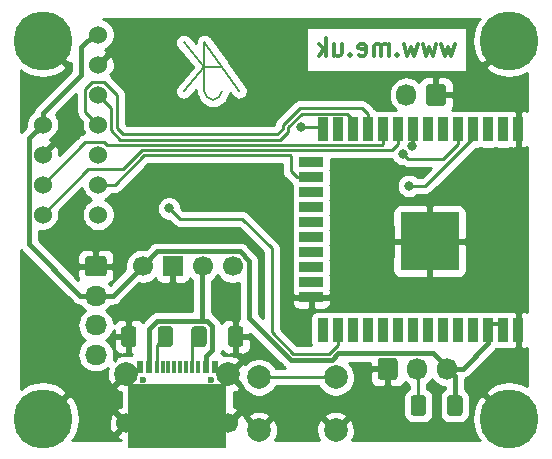
<source format=gbr>
%TF.GenerationSoftware,KiCad,Pcbnew,(5.1.9-0-10_14)*%
%TF.CreationDate,2021-03-08T08:30:19+00:00*%
%TF.ProjectId,EnvMon,456e764d-6f6e-42e6-9b69-6361645f7063,1*%
%TF.SameCoordinates,Original*%
%TF.FileFunction,Copper,L2,Bot*%
%TF.FilePolarity,Positive*%
%FSLAX46Y46*%
G04 Gerber Fmt 4.6, Leading zero omitted, Abs format (unit mm)*
G04 Created by KiCad (PCBNEW (5.1.9-0-10_14)) date 2021-03-08 08:30:19*
%MOMM*%
%LPD*%
G01*
G04 APERTURE LIST*
%TA.AperFunction,NonConductor*%
%ADD10C,0.300000*%
%TD*%
%TA.AperFunction,EtchedComponent*%
%ADD11C,0.200000*%
%TD*%
%TA.AperFunction,SMDPad,CuDef*%
%ADD12R,8.340000X5.490000*%
%TD*%
%TA.AperFunction,SMDPad,CuDef*%
%ADD13R,0.600000X1.140000*%
%TD*%
%TA.AperFunction,ComponentPad*%
%ADD14C,1.700000*%
%TD*%
%TA.AperFunction,ComponentPad*%
%ADD15C,2.000000*%
%TD*%
%TA.AperFunction,SMDPad,CuDef*%
%ADD16R,0.300000X1.140000*%
%TD*%
%TA.AperFunction,ComponentPad*%
%ADD17C,0.600000*%
%TD*%
%TA.AperFunction,ComponentPad*%
%ADD18C,1.524000*%
%TD*%
%TA.AperFunction,ComponentPad*%
%ADD19C,5.000000*%
%TD*%
%TA.AperFunction,ComponentPad*%
%ADD20R,1.700000X1.700000*%
%TD*%
%TA.AperFunction,ComponentPad*%
%ADD21O,1.700000X1.850000*%
%TD*%
%TA.AperFunction,ComponentPad*%
%ADD22O,1.850000X1.700000*%
%TD*%
%TA.AperFunction,SMDPad,CuDef*%
%ADD23R,0.900000X2.000000*%
%TD*%
%TA.AperFunction,SMDPad,CuDef*%
%ADD24R,2.000000X0.900000*%
%TD*%
%TA.AperFunction,SMDPad,CuDef*%
%ADD25R,5.000000X5.000000*%
%TD*%
%TA.AperFunction,ViaPad*%
%ADD26C,0.800000*%
%TD*%
%TA.AperFunction,Conductor*%
%ADD27C,0.350000*%
%TD*%
%TA.AperFunction,Conductor*%
%ADD28C,0.250000*%
%TD*%
%TA.AperFunction,Conductor*%
%ADD29C,0.400000*%
%TD*%
%TA.AperFunction,Conductor*%
%ADD30C,0.254000*%
%TD*%
%TA.AperFunction,Conductor*%
%ADD31C,0.100000*%
%TD*%
G04 APERTURE END LIST*
D10*
X157285714Y-81178571D02*
X157000000Y-82178571D01*
X156714285Y-81464285D01*
X156428571Y-82178571D01*
X156142857Y-81178571D01*
X155714285Y-81178571D02*
X155428571Y-82178571D01*
X155142857Y-81464285D01*
X154857142Y-82178571D01*
X154571428Y-81178571D01*
X154142857Y-81178571D02*
X153857142Y-82178571D01*
X153571428Y-81464285D01*
X153285714Y-82178571D01*
X153000000Y-81178571D01*
X152428571Y-82035714D02*
X152357142Y-82107142D01*
X152428571Y-82178571D01*
X152500000Y-82107142D01*
X152428571Y-82035714D01*
X152428571Y-82178571D01*
X151714285Y-82178571D02*
X151714285Y-81178571D01*
X151714285Y-81321428D02*
X151642857Y-81250000D01*
X151500000Y-81178571D01*
X151285714Y-81178571D01*
X151142857Y-81250000D01*
X151071428Y-81392857D01*
X151071428Y-82178571D01*
X151071428Y-81392857D02*
X151000000Y-81250000D01*
X150857142Y-81178571D01*
X150642857Y-81178571D01*
X150500000Y-81250000D01*
X150428571Y-81392857D01*
X150428571Y-82178571D01*
X149142857Y-82107142D02*
X149285714Y-82178571D01*
X149571428Y-82178571D01*
X149714285Y-82107142D01*
X149785714Y-81964285D01*
X149785714Y-81392857D01*
X149714285Y-81250000D01*
X149571428Y-81178571D01*
X149285714Y-81178571D01*
X149142857Y-81250000D01*
X149071428Y-81392857D01*
X149071428Y-81535714D01*
X149785714Y-81678571D01*
X148428571Y-82035714D02*
X148357142Y-82107142D01*
X148428571Y-82178571D01*
X148500000Y-82107142D01*
X148428571Y-82035714D01*
X148428571Y-82178571D01*
X147071428Y-81178571D02*
X147071428Y-82178571D01*
X147714285Y-81178571D02*
X147714285Y-81964285D01*
X147642857Y-82107142D01*
X147500000Y-82178571D01*
X147285714Y-82178571D01*
X147142857Y-82107142D01*
X147071428Y-82035714D01*
X146357142Y-82178571D02*
X146357142Y-80678571D01*
X146214285Y-81607142D02*
X145785714Y-82178571D01*
X145785714Y-81178571D02*
X146357142Y-81750000D01*
D11*
%TO.C,REF\u002A\u002A*%
X139035880Y-85167650D02*
X136094700Y-81050000D01*
X136094700Y-85167650D02*
X136310062Y-85687579D01*
X136094700Y-81050000D02*
X136094700Y-85167650D01*
X136829994Y-85902940D02*
X137349926Y-85687579D01*
X136310062Y-85687579D02*
X136829994Y-85902940D01*
X137349926Y-85687579D02*
X137565288Y-85167650D01*
X136094710Y-83108820D02*
X134330000Y-85167650D01*
X136094700Y-83109000D02*
X137565300Y-83109000D01*
X134330000Y-81050000D02*
X136094710Y-83108820D01*
%TD*%
D12*
%TO.P,J4,S1*%
%TO.N,GND*%
X133800000Y-112655000D03*
D13*
%TO.P,J4,A12*%
X130600000Y-108540000D03*
%TO.P,J4,A4*%
%TO.N,/VBUS*%
X136200000Y-108540000D03*
%TO.P,J4,B12*%
%TO.N,GND*%
X137000000Y-108540000D03*
%TO.P,J4,B4*%
%TO.N,/VBUS*%
X131400000Y-108540000D03*
D14*
%TO.P,J4,S1*%
%TO.N,GND*%
X129475000Y-113310000D03*
X138125000Y-113310000D03*
D15*
X129475000Y-109130000D03*
X138125000Y-109130000D03*
D16*
%TO.P,J4,A7*%
%TO.N,Net-(J4-PadA7)*%
X133550000Y-108540000D03*
%TO.P,J4,A6*%
%TO.N,Net-(J4-PadA6)*%
X134050000Y-108540000D03*
%TO.P,J4,B6*%
%TO.N,Net-(J4-PadB6)*%
X133050000Y-108540000D03*
%TO.P,J4,B7*%
%TO.N,Net-(J4-PadB7)*%
X134550000Y-108540000D03*
%TO.P,J4,A8*%
%TO.N,Net-(J4-PadA8)*%
X132550000Y-108540000D03*
%TO.P,J4,A5*%
%TO.N,Net-(J4-PadA5)*%
X135050000Y-108540000D03*
%TO.P,J4,B5*%
%TO.N,Net-(J4-PadB5)*%
X132050000Y-108540000D03*
%TO.P,J4,B8*%
%TO.N,Net-(J4-PadB8)*%
X135550000Y-108540000D03*
D13*
%TO.P,J4,A9*%
%TO.N,/VBUS*%
X131400000Y-108540000D03*
%TO.P,J4,B9*%
X136200000Y-108540000D03*
%TO.P,J4,B1*%
%TO.N,GND*%
X130600000Y-108540000D03*
D17*
%TO.P,J4,S1*%
X130910000Y-109610000D03*
X136690000Y-109610000D03*
D13*
%TO.P,J4,A1*%
X137000000Y-108540000D03*
%TD*%
D18*
%TO.P,M1,7*%
%TO.N,Net-(M1-Pad7)*%
X127100000Y-95640000D03*
%TO.P,M1,6*%
%TO.N,Net-(M1-Pad6)*%
X127100000Y-93100000D03*
%TO.P,M1,5*%
%TO.N,Net-(M1-Pad5)*%
X127100000Y-90560000D03*
%TO.P,M1,4*%
%TO.N,Net-(M1-Pad4)*%
X127100000Y-88020000D03*
%TO.P,M1,3*%
%TO.N,Net-(M1-Pad3)*%
X127100000Y-85480000D03*
%TO.P,M1,2*%
%TO.N,GND*%
X127100000Y-82940000D03*
%TO.P,M1,1*%
%TO.N,+3V3*%
X127100000Y-80400000D03*
%TD*%
D19*
%TO.P,M2,S*%
%TO.N,GND*%
X122400000Y-80900000D03*
X122400000Y-112900000D03*
X161900000Y-112900000D03*
X161900000Y-80900000D03*
D18*
%TO.P,M2,5*%
%TO.N,Net-(M2-Pad5)*%
X122400000Y-95630000D03*
%TO.P,M2,4*%
%TO.N,Net-(M2-Pad4)*%
X122400000Y-93090000D03*
%TO.P,M2,2*%
%TO.N,GND*%
X122400000Y-90550000D03*
%TO.P,M2,1*%
%TO.N,+3V3*%
X122400000Y-88010000D03*
%TD*%
D14*
%TO.P,M3,4*%
%TO.N,+3V3*%
X130860000Y-100000000D03*
D20*
%TO.P,M3,3*%
%TO.N,GND*%
X133400000Y-100000000D03*
D14*
%TO.P,M3,2*%
%TO.N,/VBUS*%
X135940000Y-100000000D03*
%TO.P,M3,1*%
%TO.N,Net-(M3-Pad1)*%
X138480000Y-100000000D03*
%TD*%
D21*
%TO.P,J1,3*%
%TO.N,+3V3*%
X156600000Y-108700000D03*
%TO.P,J1,2*%
%TO.N,/TEMP*%
X154100000Y-108700000D03*
%TO.P,J1,1*%
%TO.N,GND*%
%TA.AperFunction,ComponentPad*%
G36*
G01*
X150750000Y-109375000D02*
X150750000Y-108025000D01*
G75*
G02*
X151000000Y-107775000I250000J0D01*
G01*
X152200000Y-107775000D01*
G75*
G02*
X152450000Y-108025000I0J-250000D01*
G01*
X152450000Y-109375000D01*
G75*
G02*
X152200000Y-109625000I-250000J0D01*
G01*
X151000000Y-109625000D01*
G75*
G02*
X150750000Y-109375000I0J250000D01*
G01*
G37*
%TD.AperFunction*%
%TD*%
%TO.P,J3,2*%
%TO.N,/VBUS*%
X153200000Y-85500000D03*
%TO.P,J3,1*%
%TO.N,GND*%
%TA.AperFunction,ComponentPad*%
G36*
G01*
X156550000Y-84825000D02*
X156550000Y-86175000D01*
G75*
G02*
X156300000Y-86425000I-250000J0D01*
G01*
X155100000Y-86425000D01*
G75*
G02*
X154850000Y-86175000I0J250000D01*
G01*
X154850000Y-84825000D01*
G75*
G02*
X155100000Y-84575000I250000J0D01*
G01*
X156300000Y-84575000D01*
G75*
G02*
X156550000Y-84825000I0J-250000D01*
G01*
G37*
%TD.AperFunction*%
%TD*%
D22*
%TO.P,J2,4*%
%TO.N,Net-(J2-Pad4)*%
X126900000Y-107500000D03*
%TO.P,J2,3*%
%TO.N,Net-(J2-Pad3)*%
X126900000Y-105000000D03*
%TO.P,J2,2*%
%TO.N,+3V3*%
X126900000Y-102500000D03*
%TO.P,J2,1*%
%TO.N,GND*%
%TA.AperFunction,ComponentPad*%
G36*
G01*
X126225000Y-99150000D02*
X127575000Y-99150000D01*
G75*
G02*
X127825000Y-99400000I0J-250000D01*
G01*
X127825000Y-100600000D01*
G75*
G02*
X127575000Y-100850000I-250000J0D01*
G01*
X126225000Y-100850000D01*
G75*
G02*
X125975000Y-100600000I0J250000D01*
G01*
X125975000Y-99400000D01*
G75*
G02*
X126225000Y-99150000I250000J0D01*
G01*
G37*
%TD.AperFunction*%
%TD*%
D15*
%TO.P,SW1,1*%
%TO.N,Net-(SW1-Pad1)*%
X140700000Y-109400000D03*
%TO.P,SW1,2*%
%TO.N,GND*%
X140700000Y-113900000D03*
%TO.P,SW1,1*%
%TO.N,Net-(SW1-Pad1)*%
X147200000Y-109400000D03*
%TO.P,SW1,2*%
%TO.N,GND*%
X147200000Y-113900000D03*
%TD*%
D23*
%TO.P,U1,38*%
%TO.N,GND*%
X162655000Y-88400000D03*
%TO.P,U1,37*%
%TO.N,Net-(U1-Pad37)*%
X161385000Y-88400000D03*
%TO.P,U1,36*%
%TO.N,Net-(U1-Pad36)*%
X160115000Y-88400000D03*
%TO.P,U1,35*%
%TO.N,Net-(J2-Pad4)*%
X158845000Y-88400000D03*
%TO.P,U1,34*%
%TO.N,Net-(J2-Pad3)*%
X157575000Y-88400000D03*
%TO.P,U1,33*%
%TO.N,Net-(U1-Pad33)*%
X156305000Y-88400000D03*
%TO.P,U1,32*%
%TO.N,Net-(U1-Pad32)*%
X155035000Y-88400000D03*
%TO.P,U1,31*%
%TO.N,/TEMP*%
X153765000Y-88400000D03*
%TO.P,U1,30*%
%TO.N,Net-(M2-Pad5)*%
X152495000Y-88400000D03*
%TO.P,U1,29*%
%TO.N,Net-(M2-Pad4)*%
X151225000Y-88400000D03*
%TO.P,U1,28*%
%TO.N,Net-(M1-Pad4)*%
X149955000Y-88400000D03*
%TO.P,U1,27*%
%TO.N,Net-(M1-Pad3)*%
X148685000Y-88400000D03*
%TO.P,U1,26*%
%TO.N,Net-(U1-Pad26)*%
X147415000Y-88400000D03*
%TO.P,U1,25*%
%TO.N,Net-(SW1-Pad1)*%
X146145000Y-88400000D03*
D24*
%TO.P,U1,24*%
%TO.N,Net-(U1-Pad24)*%
X145145000Y-91185000D03*
%TO.P,U1,23*%
%TO.N,Net-(M1-Pad6)*%
X145145000Y-92455000D03*
%TO.P,U1,22*%
%TO.N,Net-(U1-Pad22)*%
X145145000Y-93725000D03*
%TO.P,U1,21*%
%TO.N,Net-(U1-Pad21)*%
X145145000Y-94995000D03*
%TO.P,U1,20*%
%TO.N,Net-(U1-Pad20)*%
X145145000Y-96265000D03*
%TO.P,U1,19*%
%TO.N,Net-(U1-Pad19)*%
X145145000Y-97535000D03*
%TO.P,U1,18*%
%TO.N,Net-(U1-Pad18)*%
X145145000Y-98805000D03*
%TO.P,U1,17*%
%TO.N,Net-(U1-Pad17)*%
X145145000Y-100075000D03*
%TO.P,U1,16*%
%TO.N,Net-(U1-Pad16)*%
X145145000Y-101345000D03*
%TO.P,U1,15*%
%TO.N,GND*%
X145145000Y-102615000D03*
D23*
%TO.P,U1,14*%
%TO.N,Net-(U1-Pad14)*%
X146145000Y-105400000D03*
%TO.P,U1,13*%
%TO.N,Net-(M1-Pad5)*%
X147415000Y-105400000D03*
%TO.P,U1,12*%
%TO.N,Net-(U1-Pad12)*%
X148685000Y-105400000D03*
%TO.P,U1,11*%
%TO.N,Net-(U1-Pad11)*%
X149955000Y-105400000D03*
%TO.P,U1,10*%
%TO.N,Net-(U1-Pad10)*%
X151225000Y-105400000D03*
%TO.P,U1,9*%
%TO.N,Net-(U1-Pad9)*%
X152495000Y-105400000D03*
%TO.P,U1,8*%
%TO.N,Net-(U1-Pad8)*%
X153765000Y-105400000D03*
%TO.P,U1,7*%
%TO.N,Net-(U1-Pad7)*%
X155035000Y-105400000D03*
%TO.P,U1,6*%
%TO.N,Net-(U1-Pad6)*%
X156305000Y-105400000D03*
%TO.P,U1,5*%
%TO.N,Net-(U1-Pad5)*%
X157575000Y-105400000D03*
%TO.P,U1,4*%
%TO.N,Net-(U1-Pad4)*%
X158845000Y-105400000D03*
%TO.P,U1,3*%
%TO.N,+3V3*%
X160115000Y-105400000D03*
%TO.P,U1,2*%
X161385000Y-105400000D03*
%TO.P,U1,1*%
%TO.N,GND*%
X162655000Y-105400000D03*
D25*
%TO.P,U1,39*%
X155155000Y-97900000D03*
%TD*%
%TO.P,R2,2*%
%TO.N,GND*%
%TA.AperFunction,SMDPad,CuDef*%
G36*
G01*
X130334999Y-105340001D02*
X130334999Y-106590001D01*
G75*
G02*
X130084999Y-106840001I-250000J0D01*
G01*
X129284999Y-106840001D01*
G75*
G02*
X129034999Y-106590001I0J250000D01*
G01*
X129034999Y-105340001D01*
G75*
G02*
X129284999Y-105090001I250000J0D01*
G01*
X130084999Y-105090001D01*
G75*
G02*
X130334999Y-105340001I0J-250000D01*
G01*
G37*
%TD.AperFunction*%
%TO.P,R2,1*%
%TO.N,Net-(J4-PadB5)*%
%TA.AperFunction,SMDPad,CuDef*%
G36*
G01*
X133434999Y-105340001D02*
X133434999Y-106590001D01*
G75*
G02*
X133184999Y-106840001I-250000J0D01*
G01*
X132384999Y-106840001D01*
G75*
G02*
X132134999Y-106590001I0J250000D01*
G01*
X132134999Y-105340001D01*
G75*
G02*
X132384999Y-105090001I250000J0D01*
G01*
X133184999Y-105090001D01*
G75*
G02*
X133434999Y-105340001I0J-250000D01*
G01*
G37*
%TD.AperFunction*%
%TD*%
%TO.P,R1,2*%
%TO.N,/TEMP*%
%TA.AperFunction,SMDPad,CuDef*%
G36*
G01*
X154850000Y-111175000D02*
X154850000Y-112425000D01*
G75*
G02*
X154600000Y-112675000I-250000J0D01*
G01*
X153800000Y-112675000D01*
G75*
G02*
X153550000Y-112425000I0J250000D01*
G01*
X153550000Y-111175000D01*
G75*
G02*
X153800000Y-110925000I250000J0D01*
G01*
X154600000Y-110925000D01*
G75*
G02*
X154850000Y-111175000I0J-250000D01*
G01*
G37*
%TD.AperFunction*%
%TO.P,R1,1*%
%TO.N,+3V3*%
%TA.AperFunction,SMDPad,CuDef*%
G36*
G01*
X157950000Y-111175000D02*
X157950000Y-112425000D01*
G75*
G02*
X157700000Y-112675000I-250000J0D01*
G01*
X156900000Y-112675000D01*
G75*
G02*
X156650000Y-112425000I0J250000D01*
G01*
X156650000Y-111175000D01*
G75*
G02*
X156900000Y-110925000I250000J0D01*
G01*
X157700000Y-110925000D01*
G75*
G02*
X157950000Y-111175000I0J-250000D01*
G01*
G37*
%TD.AperFunction*%
%TD*%
%TO.P,R3,2*%
%TO.N,GND*%
%TA.AperFunction,SMDPad,CuDef*%
G36*
G01*
X138084999Y-106590001D02*
X138084999Y-105340001D01*
G75*
G02*
X138334999Y-105090001I250000J0D01*
G01*
X139134999Y-105090001D01*
G75*
G02*
X139384999Y-105340001I0J-250000D01*
G01*
X139384999Y-106590001D01*
G75*
G02*
X139134999Y-106840001I-250000J0D01*
G01*
X138334999Y-106840001D01*
G75*
G02*
X138084999Y-106590001I0J250000D01*
G01*
G37*
%TD.AperFunction*%
%TO.P,R3,1*%
%TO.N,Net-(J4-PadA5)*%
%TA.AperFunction,SMDPad,CuDef*%
G36*
G01*
X134984999Y-106590001D02*
X134984999Y-105340001D01*
G75*
G02*
X135234999Y-105090001I250000J0D01*
G01*
X136034999Y-105090001D01*
G75*
G02*
X136284999Y-105340001I0J-250000D01*
G01*
X136284999Y-106590001D01*
G75*
G02*
X136034999Y-106840001I-250000J0D01*
G01*
X135234999Y-106840001D01*
G75*
G02*
X134984999Y-106590001I0J250000D01*
G01*
G37*
%TD.AperFunction*%
%TD*%
D26*
%TO.N,/TEMP*%
X153700000Y-89800000D03*
%TO.N,Net-(SW1-Pad1)*%
X144300000Y-88200000D03*
%TO.N,Net-(J2-Pad4)*%
X153400000Y-93200000D03*
%TO.N,Net-(J2-Pad3)*%
X152900000Y-90500000D03*
%TO.N,Net-(M1-Pad5)*%
X133100000Y-95100000D03*
%TD*%
D27*
%TO.N,GND*%
X130035000Y-109090000D02*
X130625000Y-108500000D01*
X129500000Y-109090000D02*
X130035000Y-109090000D01*
X137615000Y-109090000D02*
X137025000Y-108500000D01*
X138150000Y-109090000D02*
X137615000Y-109090000D01*
D28*
%TO.N,/TEMP*%
X154200000Y-111800000D02*
X154200000Y-108700000D01*
X153765000Y-89735000D02*
X153700000Y-89800000D01*
X153765000Y-87900000D02*
X153765000Y-89735000D01*
D27*
%TO.N,+3V3*%
X160115000Y-104900000D02*
X160115000Y-106150000D01*
X161385000Y-104900000D02*
X160115000Y-104900000D01*
D29*
X122400000Y-87062764D02*
X122400000Y-88010000D01*
X125637999Y-83824765D02*
X122400000Y-87062764D01*
X125637999Y-81462001D02*
X125637999Y-83824765D01*
X126800000Y-80300000D02*
X125637999Y-81462001D01*
X157300000Y-109300000D02*
X156700000Y-108700000D01*
X157300000Y-111800000D02*
X157300000Y-109300000D01*
X160115000Y-106535000D02*
X160115000Y-105400000D01*
X157950000Y-108700000D02*
X160115000Y-106535000D01*
X156700000Y-108700000D02*
X157950000Y-108700000D01*
X128360000Y-102500000D02*
X130860000Y-100000000D01*
X126900000Y-102500000D02*
X128360000Y-102500000D01*
X156600000Y-108700000D02*
X156600000Y-108500000D01*
X146882466Y-107925010D02*
X143382533Y-107925009D01*
X147432486Y-107374990D02*
X146882466Y-107925010D01*
X155474990Y-107374990D02*
X147432486Y-107374990D01*
X156600000Y-108500000D02*
X155474990Y-107374990D01*
X121237999Y-89172001D02*
X122400000Y-88010000D01*
X125575000Y-102500000D02*
X121237999Y-98162999D01*
X121237999Y-98162999D02*
X121237999Y-89172001D01*
X126900000Y-102500000D02*
X125575000Y-102500000D01*
X132110001Y-98749999D02*
X130860000Y-100000000D01*
X139080001Y-98749999D02*
X132110001Y-98749999D01*
X139853762Y-99523760D02*
X139080001Y-98749999D01*
X139853762Y-104396238D02*
X139853762Y-99523760D01*
X143382533Y-107925009D02*
X139853762Y-104396238D01*
D28*
%TO.N,Net-(SW1-Pad1)*%
X140700000Y-109400000D02*
X147200000Y-109400000D01*
X145945000Y-87700000D02*
X146145000Y-87900000D01*
X145845000Y-88200000D02*
X146145000Y-87900000D01*
X144300000Y-88200000D02*
X145845000Y-88200000D01*
%TO.N,Net-(J2-Pad4)*%
X158600000Y-88145000D02*
X158845000Y-87900000D01*
X158845000Y-89165002D02*
X158845000Y-88400000D01*
X154810002Y-93200000D02*
X158845000Y-89165002D01*
X153400000Y-93200000D02*
X154810002Y-93200000D01*
%TO.N,Net-(J2-Pad3)*%
X156325001Y-90899999D02*
X157575000Y-89650000D01*
X153299999Y-90899999D02*
X156325001Y-90899999D01*
X157575000Y-89650000D02*
X157575000Y-88400000D01*
X152900000Y-90500000D02*
X153299999Y-90899999D01*
%TO.N,Net-(J4-PadA5)*%
X135075000Y-106525000D02*
X135075000Y-108500000D01*
X135634999Y-105965001D02*
X135075000Y-106525000D01*
%TO.N,Net-(J4-PadB5)*%
X132784999Y-105965001D02*
X132099999Y-106650001D01*
X132075000Y-106825000D02*
X132075000Y-108500000D01*
X132099999Y-106800001D02*
X132075000Y-106825000D01*
X132099999Y-106650001D02*
X132099999Y-106800001D01*
%TO.N,Net-(M1-Pad6)*%
X143895000Y-92455000D02*
X143400000Y-91960000D01*
X145145000Y-92455000D02*
X143895000Y-92455000D01*
X143400000Y-90700000D02*
X143325021Y-90625021D01*
X143400000Y-91960000D02*
X143400000Y-90700000D01*
X143325021Y-90625021D02*
X131011389Y-90625021D01*
X128536410Y-93100000D02*
X127100000Y-93100000D01*
X131011389Y-90625021D02*
X128536410Y-93100000D01*
%TO.N,Net-(M1-Pad5)*%
X133100000Y-95100000D02*
X134000000Y-96000000D01*
X134000000Y-96000000D02*
X139300000Y-96000000D01*
X139300000Y-96000000D02*
X141800000Y-98500000D01*
X141800000Y-98500000D02*
X141800000Y-105600000D01*
X141800000Y-105600000D02*
X143600000Y-107400000D01*
X147415000Y-106650000D02*
X147415000Y-105400000D01*
X146665000Y-107400000D02*
X147415000Y-106650000D01*
X143600000Y-107400000D02*
X146665000Y-107400000D01*
%TO.N,Net-(M1-Pad4)*%
X128700000Y-88300000D02*
X129224981Y-88824981D01*
X128700000Y-85471238D02*
X128700000Y-88300000D01*
X126012999Y-84958239D02*
X126578239Y-84392999D01*
X126578239Y-84392999D02*
X127621761Y-84392999D01*
X126012999Y-86932999D02*
X126012999Y-84958239D01*
X127621761Y-84392999D02*
X128700000Y-85471238D01*
X127100000Y-88020000D02*
X126012999Y-86932999D01*
X142749990Y-88350010D02*
X142749991Y-88040597D01*
X142275019Y-88824981D02*
X142749990Y-88350010D01*
X129224981Y-88824981D02*
X142275019Y-88824981D01*
X149429989Y-86624989D02*
X149955000Y-87150000D01*
X144165599Y-86624989D02*
X149429989Y-86624989D01*
X149955000Y-87150000D02*
X149955000Y-88400000D01*
X142749991Y-88040597D02*
X144165599Y-86624989D01*
%TO.N,Net-(M1-Pad3)*%
X144351999Y-87074999D02*
X143200000Y-88226998D01*
X148125001Y-87074999D02*
X144351999Y-87074999D01*
X148685000Y-87634998D02*
X148125001Y-87074999D01*
X148685000Y-88400000D02*
X148685000Y-87634998D01*
X143200000Y-88600000D02*
X142525009Y-89274991D01*
X143200000Y-88226998D02*
X143200000Y-88600000D01*
X128187001Y-86567001D02*
X127100000Y-85480000D01*
X128187001Y-88487001D02*
X128187001Y-86567001D01*
X128974991Y-89274991D02*
X128187001Y-88487001D01*
X142525009Y-89274991D02*
X128974991Y-89274991D01*
%TO.N,Net-(M2-Pad5)*%
X152495000Y-89150000D02*
X152495000Y-87900000D01*
X151969989Y-90175011D02*
X152495000Y-89650000D01*
X129212008Y-91787992D02*
X130824989Y-90175011D01*
X152495000Y-89650000D02*
X152495000Y-88400000D01*
X126242008Y-91787992D02*
X129212008Y-91787992D01*
X130824989Y-90175011D02*
X151969989Y-90175011D01*
X122400000Y-95630000D02*
X126242008Y-91787992D01*
%TO.N,Net-(M2-Pad4)*%
X151225000Y-89150000D02*
X151225000Y-87900000D01*
X126017001Y-89472999D02*
X122400000Y-93090000D01*
X127621761Y-89472999D02*
X126017001Y-89472999D01*
X127873763Y-89725001D02*
X127621761Y-89472999D01*
X151225000Y-89650000D02*
X151149999Y-89725001D01*
X151149999Y-89725001D02*
X127873763Y-89725001D01*
X151225000Y-88400000D02*
X151225000Y-89650000D01*
D27*
%TO.N,/VBUS*%
X131425000Y-108475000D02*
X131449999Y-108450001D01*
X131425000Y-108500000D02*
X131425000Y-108475000D01*
D29*
X136225000Y-107619998D02*
X136225000Y-108500000D01*
X136735009Y-107109989D02*
X136225000Y-107619998D01*
X136324955Y-104639991D02*
X136735009Y-105050045D01*
X131425000Y-105310034D02*
X132095043Y-104639991D01*
X136735009Y-105050045D02*
X136735009Y-107109989D01*
X131425000Y-108500000D02*
X131425000Y-105310034D01*
X135870000Y-104509982D02*
X135739991Y-104639991D01*
X135739991Y-104639991D02*
X136324955Y-104639991D01*
X135870000Y-99930000D02*
X135870000Y-104509982D01*
X132095043Y-104639991D02*
X135739991Y-104639991D01*
%TD*%
D30*
%TO.N,GND*%
X120644708Y-98756290D02*
X120676578Y-98782445D01*
X124955563Y-103061432D01*
X124981709Y-103093291D01*
X125108854Y-103197636D01*
X125253913Y-103275172D01*
X125411311Y-103322918D01*
X125533981Y-103335000D01*
X125533982Y-103335000D01*
X125575000Y-103339040D01*
X125591212Y-103337443D01*
X125769866Y-103555134D01*
X125995986Y-103740706D01*
X126013374Y-103750000D01*
X125995986Y-103759294D01*
X125769866Y-103944866D01*
X125584294Y-104170986D01*
X125446401Y-104428966D01*
X125361487Y-104708889D01*
X125332815Y-105000000D01*
X125361487Y-105291111D01*
X125446401Y-105571034D01*
X125584294Y-105829014D01*
X125769866Y-106055134D01*
X125995986Y-106240706D01*
X126013374Y-106250000D01*
X125995986Y-106259294D01*
X125769866Y-106444866D01*
X125584294Y-106670986D01*
X125446401Y-106928966D01*
X125361487Y-107208889D01*
X125332815Y-107500000D01*
X125361487Y-107791111D01*
X125446401Y-108071034D01*
X125584294Y-108329014D01*
X125769866Y-108555134D01*
X125995986Y-108740706D01*
X126253966Y-108878599D01*
X126533889Y-108963513D01*
X126752050Y-108985000D01*
X127047950Y-108985000D01*
X127266111Y-108963513D01*
X127546034Y-108878599D01*
X127804014Y-108740706D01*
X127909503Y-108654133D01*
X127852616Y-108871108D01*
X127833282Y-109192595D01*
X127877039Y-109511675D01*
X127982205Y-109816088D01*
X128075186Y-109990044D01*
X128339587Y-110085808D01*
X129295395Y-109130000D01*
X129281253Y-109115858D01*
X129460858Y-108936253D01*
X129475000Y-108950395D01*
X129489143Y-108936253D01*
X129661938Y-109109048D01*
X129661928Y-109110000D01*
X129663065Y-109121540D01*
X129654605Y-109130000D01*
X129664913Y-109140308D01*
X129665601Y-109147289D01*
X129531235Y-109281655D01*
X129505518Y-109284188D01*
X129385820Y-109320498D01*
X129275506Y-109379463D01*
X129178815Y-109458815D01*
X129099463Y-109555506D01*
X129040498Y-109665820D01*
X129006409Y-109778196D01*
X128519192Y-110265413D01*
X128614956Y-110529814D01*
X128904571Y-110670704D01*
X128992907Y-110693864D01*
X128994420Y-111904820D01*
X128841253Y-111959081D01*
X128703843Y-112032528D01*
X128626208Y-112281603D01*
X129140178Y-112795573D01*
X128995000Y-112940750D01*
X128994914Y-113009519D01*
X128446603Y-112461208D01*
X128197528Y-112538843D01*
X128071629Y-112802883D01*
X127999661Y-113086411D01*
X127984389Y-113378531D01*
X128026401Y-113668019D01*
X128124081Y-113943747D01*
X128197528Y-114081157D01*
X128446603Y-114158792D01*
X128994162Y-113611233D01*
X128993713Y-113970892D01*
X128626208Y-114338397D01*
X128703843Y-114587472D01*
X128967883Y-114713371D01*
X128992778Y-114719690D01*
X128992752Y-114740000D01*
X124880931Y-114740000D01*
X125021118Y-114647373D01*
X125311649Y-114102443D01*
X125490287Y-113511304D01*
X125550168Y-112896672D01*
X125488990Y-112282169D01*
X125309103Y-111691408D01*
X125021118Y-111152627D01*
X124603148Y-110876457D01*
X122579605Y-112900000D01*
X122593748Y-112914143D01*
X122414143Y-113093748D01*
X122400000Y-113079605D01*
X122385858Y-113093748D01*
X122206253Y-112914143D01*
X122220395Y-112900000D01*
X122206253Y-112885858D01*
X122385858Y-112706253D01*
X122400000Y-112720395D01*
X124423543Y-110696852D01*
X124147373Y-110278882D01*
X123602443Y-109988351D01*
X123011304Y-109809713D01*
X122396672Y-109749832D01*
X121782169Y-109811010D01*
X121191408Y-109990897D01*
X120652627Y-110278882D01*
X120560000Y-110419069D01*
X120560000Y-98653072D01*
X120644708Y-98756290D01*
%TA.AperFunction,Conductor*%
D31*
G36*
X120644708Y-98756290D02*
G01*
X120676578Y-98782445D01*
X124955563Y-103061432D01*
X124981709Y-103093291D01*
X125108854Y-103197636D01*
X125253913Y-103275172D01*
X125411311Y-103322918D01*
X125533981Y-103335000D01*
X125533982Y-103335000D01*
X125575000Y-103339040D01*
X125591212Y-103337443D01*
X125769866Y-103555134D01*
X125995986Y-103740706D01*
X126013374Y-103750000D01*
X125995986Y-103759294D01*
X125769866Y-103944866D01*
X125584294Y-104170986D01*
X125446401Y-104428966D01*
X125361487Y-104708889D01*
X125332815Y-105000000D01*
X125361487Y-105291111D01*
X125446401Y-105571034D01*
X125584294Y-105829014D01*
X125769866Y-106055134D01*
X125995986Y-106240706D01*
X126013374Y-106250000D01*
X125995986Y-106259294D01*
X125769866Y-106444866D01*
X125584294Y-106670986D01*
X125446401Y-106928966D01*
X125361487Y-107208889D01*
X125332815Y-107500000D01*
X125361487Y-107791111D01*
X125446401Y-108071034D01*
X125584294Y-108329014D01*
X125769866Y-108555134D01*
X125995986Y-108740706D01*
X126253966Y-108878599D01*
X126533889Y-108963513D01*
X126752050Y-108985000D01*
X127047950Y-108985000D01*
X127266111Y-108963513D01*
X127546034Y-108878599D01*
X127804014Y-108740706D01*
X127909503Y-108654133D01*
X127852616Y-108871108D01*
X127833282Y-109192595D01*
X127877039Y-109511675D01*
X127982205Y-109816088D01*
X128075186Y-109990044D01*
X128339587Y-110085808D01*
X129295395Y-109130000D01*
X129281253Y-109115858D01*
X129460858Y-108936253D01*
X129475000Y-108950395D01*
X129489143Y-108936253D01*
X129661938Y-109109048D01*
X129661928Y-109110000D01*
X129663065Y-109121540D01*
X129654605Y-109130000D01*
X129664913Y-109140308D01*
X129665601Y-109147289D01*
X129531235Y-109281655D01*
X129505518Y-109284188D01*
X129385820Y-109320498D01*
X129275506Y-109379463D01*
X129178815Y-109458815D01*
X129099463Y-109555506D01*
X129040498Y-109665820D01*
X129006409Y-109778196D01*
X128519192Y-110265413D01*
X128614956Y-110529814D01*
X128904571Y-110670704D01*
X128992907Y-110693864D01*
X128994420Y-111904820D01*
X128841253Y-111959081D01*
X128703843Y-112032528D01*
X128626208Y-112281603D01*
X129140178Y-112795573D01*
X128995000Y-112940750D01*
X128994914Y-113009519D01*
X128446603Y-112461208D01*
X128197528Y-112538843D01*
X128071629Y-112802883D01*
X127999661Y-113086411D01*
X127984389Y-113378531D01*
X128026401Y-113668019D01*
X128124081Y-113943747D01*
X128197528Y-114081157D01*
X128446603Y-114158792D01*
X128994162Y-113611233D01*
X128993713Y-113970892D01*
X128626208Y-114338397D01*
X128703843Y-114587472D01*
X128967883Y-114713371D01*
X128992778Y-114719690D01*
X128992752Y-114740000D01*
X124880931Y-114740000D01*
X125021118Y-114647373D01*
X125311649Y-114102443D01*
X125490287Y-113511304D01*
X125550168Y-112896672D01*
X125488990Y-112282169D01*
X125309103Y-111691408D01*
X125021118Y-111152627D01*
X124603148Y-110876457D01*
X122579605Y-112900000D01*
X122593748Y-112914143D01*
X122414143Y-113093748D01*
X122400000Y-113079605D01*
X122385858Y-113093748D01*
X122206253Y-112914143D01*
X122220395Y-112900000D01*
X122206253Y-112885858D01*
X122385858Y-112706253D01*
X122400000Y-112720395D01*
X124423543Y-110696852D01*
X124147373Y-110278882D01*
X123602443Y-109988351D01*
X123011304Y-109809713D01*
X122396672Y-109749832D01*
X121782169Y-109811010D01*
X121191408Y-109990897D01*
X120652627Y-110278882D01*
X120560000Y-110419069D01*
X120560000Y-98653072D01*
X120644708Y-98756290D01*
G37*
%TD.AperFunction*%
D30*
X159278882Y-79152627D02*
X158988351Y-79697557D01*
X158809713Y-80288696D01*
X158749832Y-80903328D01*
X158811010Y-81517831D01*
X158990897Y-82108592D01*
X159278882Y-82647373D01*
X159696852Y-82923543D01*
X161720395Y-80900000D01*
X161706253Y-80885858D01*
X161885858Y-80706253D01*
X161900000Y-80720395D01*
X161914143Y-80706253D01*
X162093748Y-80885858D01*
X162079605Y-80900000D01*
X162093748Y-80914143D01*
X161914143Y-81093748D01*
X161900000Y-81079605D01*
X159876457Y-83103148D01*
X160152627Y-83521118D01*
X160697557Y-83811649D01*
X161288696Y-83990287D01*
X161903328Y-84050168D01*
X162517831Y-83988990D01*
X163108592Y-83809103D01*
X163440000Y-83631961D01*
X163440000Y-86859043D01*
X163349180Y-86810498D01*
X163229482Y-86774188D01*
X163105000Y-86761928D01*
X162940750Y-86765000D01*
X162782000Y-86923750D01*
X162782000Y-88273000D01*
X162802000Y-88273000D01*
X162802000Y-88527000D01*
X162782000Y-88527000D01*
X162782000Y-89876250D01*
X162940750Y-90035000D01*
X163105000Y-90038072D01*
X163229482Y-90025812D01*
X163349180Y-89989502D01*
X163440000Y-89940957D01*
X163440001Y-103859043D01*
X163349180Y-103810498D01*
X163229482Y-103774188D01*
X163105000Y-103761928D01*
X162940750Y-103765000D01*
X162782000Y-103923750D01*
X162782000Y-105273000D01*
X162802000Y-105273000D01*
X162802000Y-105527000D01*
X162782000Y-105527000D01*
X162782000Y-106876250D01*
X162940750Y-107035000D01*
X163105000Y-107038072D01*
X163229482Y-107025812D01*
X163349180Y-106989502D01*
X163440001Y-106940956D01*
X163440001Y-110168321D01*
X163102443Y-109988351D01*
X162511304Y-109809713D01*
X161896672Y-109749832D01*
X161282169Y-109811010D01*
X160691408Y-109990897D01*
X160152627Y-110278882D01*
X159876457Y-110696852D01*
X161900000Y-112720395D01*
X161914143Y-112706253D01*
X162093748Y-112885858D01*
X162079605Y-112900000D01*
X162093748Y-112914143D01*
X161914143Y-113093748D01*
X161900000Y-113079605D01*
X161885858Y-113093748D01*
X161706253Y-112914143D01*
X161720395Y-112900000D01*
X159696852Y-110876457D01*
X159278882Y-111152627D01*
X158988351Y-111697557D01*
X158809713Y-112288696D01*
X158749832Y-112903328D01*
X158811010Y-113517831D01*
X158990897Y-114108592D01*
X159278882Y-114647373D01*
X159419069Y-114740000D01*
X148609565Y-114740000D01*
X148740704Y-114470429D01*
X148822384Y-114158892D01*
X148841718Y-113837405D01*
X148797961Y-113518325D01*
X148692795Y-113213912D01*
X148599814Y-113039956D01*
X148335413Y-112944192D01*
X147379605Y-113900000D01*
X147393748Y-113914143D01*
X147214143Y-114093748D01*
X147200000Y-114079605D01*
X147185858Y-114093748D01*
X147006253Y-113914143D01*
X147020395Y-113900000D01*
X146064587Y-112944192D01*
X145800186Y-113039956D01*
X145659296Y-113329571D01*
X145577616Y-113641108D01*
X145558282Y-113962595D01*
X145602039Y-114281675D01*
X145707205Y-114586088D01*
X145789472Y-114740000D01*
X142109565Y-114740000D01*
X142240704Y-114470429D01*
X142322384Y-114158892D01*
X142341718Y-113837405D01*
X142297961Y-113518325D01*
X142192795Y-113213912D01*
X142099814Y-113039956D01*
X141835413Y-112944192D01*
X140879605Y-113900000D01*
X140893748Y-113914143D01*
X140714143Y-114093748D01*
X140700000Y-114079605D01*
X140685858Y-114093748D01*
X140506253Y-113914143D01*
X140520395Y-113900000D01*
X139573807Y-112953412D01*
X139573599Y-112951981D01*
X139507213Y-112764587D01*
X139744192Y-112764587D01*
X140700000Y-113720395D01*
X141655808Y-112764587D01*
X146244192Y-112764587D01*
X147200000Y-113720395D01*
X148155808Y-112764587D01*
X148060044Y-112500186D01*
X147770429Y-112359296D01*
X147458892Y-112277616D01*
X147137405Y-112258282D01*
X146818325Y-112302039D01*
X146513912Y-112407205D01*
X146339956Y-112500186D01*
X146244192Y-112764587D01*
X141655808Y-112764587D01*
X141560044Y-112500186D01*
X141270429Y-112359296D01*
X140958892Y-112277616D01*
X140637405Y-112258282D01*
X140318325Y-112302039D01*
X140013912Y-112407205D01*
X139839956Y-112500186D01*
X139744192Y-112764587D01*
X139507213Y-112764587D01*
X139475919Y-112676253D01*
X139402472Y-112538843D01*
X139153397Y-112461208D01*
X138605086Y-113009519D01*
X138605000Y-112940750D01*
X138459823Y-112795573D01*
X138973792Y-112281603D01*
X138896157Y-112032528D01*
X138632117Y-111906629D01*
X138605586Y-111899895D01*
X138607094Y-110693269D01*
X138811088Y-110622795D01*
X138985044Y-110529814D01*
X139080808Y-110265413D01*
X138593591Y-109778196D01*
X138559502Y-109665820D01*
X138500537Y-109555506D01*
X138421185Y-109458815D01*
X138324494Y-109379463D01*
X138214180Y-109320498D01*
X138094482Y-109284188D01*
X138068765Y-109281655D01*
X137934399Y-109147289D01*
X137935087Y-109140308D01*
X137945395Y-109130000D01*
X137936935Y-109121540D01*
X137938072Y-109110000D01*
X137938062Y-109109048D01*
X138110858Y-108936253D01*
X138125000Y-108950395D01*
X139080808Y-107994587D01*
X138985044Y-107730186D01*
X138695429Y-107589296D01*
X138383892Y-107507616D01*
X138062405Y-107488282D01*
X137760145Y-107529732D01*
X137751185Y-107518815D01*
X137654494Y-107439463D01*
X137544180Y-107380498D01*
X137527096Y-107375316D01*
X137557927Y-107273678D01*
X137564519Y-107206749D01*
X137633814Y-107291186D01*
X137730505Y-107370538D01*
X137840819Y-107429503D01*
X137960517Y-107465813D01*
X138084999Y-107478073D01*
X138449249Y-107475001D01*
X138607999Y-107316251D01*
X138607999Y-106092001D01*
X138861999Y-106092001D01*
X138861999Y-107316251D01*
X139020749Y-107475001D01*
X139384999Y-107478073D01*
X139509481Y-107465813D01*
X139629179Y-107429503D01*
X139739493Y-107370538D01*
X139836184Y-107291186D01*
X139915536Y-107194495D01*
X139974501Y-107084181D01*
X140010811Y-106964483D01*
X140023071Y-106840001D01*
X140019999Y-106250751D01*
X139861249Y-106092001D01*
X138861999Y-106092001D01*
X138607999Y-106092001D01*
X138587999Y-106092001D01*
X138587999Y-105838001D01*
X138607999Y-105838001D01*
X138607999Y-104613751D01*
X138449249Y-104455001D01*
X138084999Y-104451929D01*
X137960517Y-104464189D01*
X137840819Y-104500499D01*
X137730505Y-104559464D01*
X137633814Y-104638816D01*
X137554462Y-104735507D01*
X137527480Y-104785986D01*
X137510181Y-104728958D01*
X137432645Y-104583899D01*
X137328300Y-104456754D01*
X137296436Y-104430604D01*
X136944400Y-104078569D01*
X136918246Y-104046700D01*
X136791101Y-103942355D01*
X136705000Y-103896333D01*
X136705000Y-101274838D01*
X136886632Y-101153475D01*
X137093475Y-100946632D01*
X137210000Y-100772240D01*
X137326525Y-100946632D01*
X137533368Y-101153475D01*
X137776589Y-101315990D01*
X138046842Y-101427932D01*
X138333740Y-101485000D01*
X138626260Y-101485000D01*
X138913158Y-101427932D01*
X139018763Y-101384189D01*
X139018762Y-104355219D01*
X139014722Y-104396238D01*
X139018762Y-104437256D01*
X139020531Y-104455219D01*
X138861999Y-104613751D01*
X138861999Y-105838001D01*
X139861249Y-105838001D01*
X139987953Y-105711297D01*
X142763101Y-108486446D01*
X142789242Y-108518299D01*
X142821095Y-108544440D01*
X142821103Y-108544448D01*
X142916387Y-108622645D01*
X142948856Y-108640000D01*
X142154909Y-108640000D01*
X142148918Y-108625537D01*
X141969987Y-108357748D01*
X141742252Y-108130013D01*
X141474463Y-107951082D01*
X141176912Y-107827832D01*
X140861033Y-107765000D01*
X140538967Y-107765000D01*
X140223088Y-107827832D01*
X139925537Y-107951082D01*
X139657748Y-108130013D01*
X139519669Y-108268092D01*
X139260413Y-108174192D01*
X138304605Y-109130000D01*
X139181795Y-110007190D01*
X139251082Y-110174463D01*
X139430013Y-110442252D01*
X139657748Y-110669987D01*
X139925537Y-110848918D01*
X140223088Y-110972168D01*
X140538967Y-111035000D01*
X140861033Y-111035000D01*
X141176912Y-110972168D01*
X141474463Y-110848918D01*
X141742252Y-110669987D01*
X141969987Y-110442252D01*
X142148918Y-110174463D01*
X142154909Y-110160000D01*
X145745091Y-110160000D01*
X145751082Y-110174463D01*
X145930013Y-110442252D01*
X146157748Y-110669987D01*
X146425537Y-110848918D01*
X146723088Y-110972168D01*
X147038967Y-111035000D01*
X147361033Y-111035000D01*
X147676912Y-110972168D01*
X147974463Y-110848918D01*
X148242252Y-110669987D01*
X148469987Y-110442252D01*
X148648918Y-110174463D01*
X148772168Y-109876912D01*
X148822276Y-109625000D01*
X150111928Y-109625000D01*
X150124188Y-109749482D01*
X150160498Y-109869180D01*
X150219463Y-109979494D01*
X150298815Y-110076185D01*
X150395506Y-110155537D01*
X150505820Y-110214502D01*
X150625518Y-110250812D01*
X150750000Y-110263072D01*
X151314250Y-110260000D01*
X151473000Y-110101250D01*
X151473000Y-108827000D01*
X150273750Y-108827000D01*
X150115000Y-108985750D01*
X150111928Y-109625000D01*
X148822276Y-109625000D01*
X148835000Y-109561033D01*
X148835000Y-109238967D01*
X148772168Y-108923088D01*
X148648918Y-108625537D01*
X148469987Y-108357748D01*
X148322229Y-108209990D01*
X150114018Y-108209990D01*
X150115000Y-108414250D01*
X150273750Y-108573000D01*
X151473000Y-108573000D01*
X151473000Y-108553000D01*
X151727000Y-108553000D01*
X151727000Y-108573000D01*
X151747000Y-108573000D01*
X151747000Y-108827000D01*
X151727000Y-108827000D01*
X151727000Y-110101250D01*
X151885750Y-110260000D01*
X152450000Y-110263072D01*
X152574482Y-110250812D01*
X152694180Y-110214502D01*
X152804494Y-110155537D01*
X152901185Y-110076185D01*
X152980537Y-109979494D01*
X153039502Y-109869180D01*
X153050055Y-109834392D01*
X153270987Y-110015706D01*
X153440001Y-110106046D01*
X153440000Y-110365298D01*
X153306614Y-110436595D01*
X153172038Y-110547038D01*
X153061595Y-110681614D01*
X152979528Y-110835150D01*
X152928992Y-111001746D01*
X152911928Y-111175000D01*
X152911928Y-112425000D01*
X152928992Y-112598254D01*
X152979528Y-112764850D01*
X153061595Y-112918386D01*
X153172038Y-113052962D01*
X153306614Y-113163405D01*
X153460150Y-113245472D01*
X153626746Y-113296008D01*
X153800000Y-113313072D01*
X154600000Y-113313072D01*
X154773254Y-113296008D01*
X154939850Y-113245472D01*
X155093386Y-113163405D01*
X155227962Y-113052962D01*
X155338405Y-112918386D01*
X155420472Y-112764850D01*
X155471008Y-112598254D01*
X155488072Y-112425000D01*
X155488072Y-111175000D01*
X155471008Y-111001746D01*
X155420472Y-110835150D01*
X155338405Y-110681614D01*
X155227962Y-110547038D01*
X155093386Y-110436595D01*
X154960000Y-110365298D01*
X154960000Y-109990276D01*
X155155134Y-109830134D01*
X155340706Y-109604013D01*
X155350000Y-109586626D01*
X155359294Y-109604014D01*
X155544866Y-109830134D01*
X155770987Y-110015706D01*
X156028967Y-110153599D01*
X156308890Y-110238513D01*
X156465001Y-110253889D01*
X156465001Y-110405387D01*
X156406614Y-110436595D01*
X156272038Y-110547038D01*
X156161595Y-110681614D01*
X156079528Y-110835150D01*
X156028992Y-111001746D01*
X156011928Y-111175000D01*
X156011928Y-112425000D01*
X156028992Y-112598254D01*
X156079528Y-112764850D01*
X156161595Y-112918386D01*
X156272038Y-113052962D01*
X156406614Y-113163405D01*
X156560150Y-113245472D01*
X156726746Y-113296008D01*
X156900000Y-113313072D01*
X157700000Y-113313072D01*
X157873254Y-113296008D01*
X158039850Y-113245472D01*
X158193386Y-113163405D01*
X158327962Y-113052962D01*
X158438405Y-112918386D01*
X158520472Y-112764850D01*
X158571008Y-112598254D01*
X158588072Y-112425000D01*
X158588072Y-111175000D01*
X158571008Y-111001746D01*
X158520472Y-110835150D01*
X158438405Y-110681614D01*
X158327962Y-110547038D01*
X158193386Y-110436595D01*
X158135000Y-110405387D01*
X158135000Y-109516453D01*
X158271087Y-109475172D01*
X158416146Y-109397636D01*
X158543291Y-109293291D01*
X158569446Y-109261421D01*
X160676428Y-107154440D01*
X160708291Y-107128291D01*
X160796006Y-107021410D01*
X160810518Y-107025812D01*
X160935000Y-107038072D01*
X161835000Y-107038072D01*
X161959482Y-107025812D01*
X162020000Y-107007454D01*
X162080518Y-107025812D01*
X162205000Y-107038072D01*
X162369250Y-107035000D01*
X162528000Y-106876250D01*
X162528000Y-105527000D01*
X162508000Y-105527000D01*
X162508000Y-105273000D01*
X162528000Y-105273000D01*
X162528000Y-103923750D01*
X162369250Y-103765000D01*
X162205000Y-103761928D01*
X162080518Y-103774188D01*
X162020000Y-103792546D01*
X161959482Y-103774188D01*
X161835000Y-103761928D01*
X160935000Y-103761928D01*
X160810518Y-103774188D01*
X160750000Y-103792546D01*
X160689482Y-103774188D01*
X160565000Y-103761928D01*
X159665000Y-103761928D01*
X159540518Y-103774188D01*
X159480000Y-103792546D01*
X159419482Y-103774188D01*
X159295000Y-103761928D01*
X158395000Y-103761928D01*
X158270518Y-103774188D01*
X158210000Y-103792546D01*
X158149482Y-103774188D01*
X158025000Y-103761928D01*
X157125000Y-103761928D01*
X157000518Y-103774188D01*
X156940000Y-103792546D01*
X156879482Y-103774188D01*
X156755000Y-103761928D01*
X155855000Y-103761928D01*
X155730518Y-103774188D01*
X155670000Y-103792546D01*
X155609482Y-103774188D01*
X155485000Y-103761928D01*
X154585000Y-103761928D01*
X154460518Y-103774188D01*
X154400000Y-103792546D01*
X154339482Y-103774188D01*
X154215000Y-103761928D01*
X153315000Y-103761928D01*
X153190518Y-103774188D01*
X153130000Y-103792546D01*
X153069482Y-103774188D01*
X152945000Y-103761928D01*
X152045000Y-103761928D01*
X151920518Y-103774188D01*
X151860000Y-103792546D01*
X151799482Y-103774188D01*
X151675000Y-103761928D01*
X150775000Y-103761928D01*
X150650518Y-103774188D01*
X150590000Y-103792546D01*
X150529482Y-103774188D01*
X150405000Y-103761928D01*
X149505000Y-103761928D01*
X149380518Y-103774188D01*
X149320000Y-103792546D01*
X149259482Y-103774188D01*
X149135000Y-103761928D01*
X148235000Y-103761928D01*
X148110518Y-103774188D01*
X148050000Y-103792546D01*
X147989482Y-103774188D01*
X147865000Y-103761928D01*
X146965000Y-103761928D01*
X146840518Y-103774188D01*
X146780000Y-103792546D01*
X146719482Y-103774188D01*
X146595000Y-103761928D01*
X145695000Y-103761928D01*
X145570518Y-103774188D01*
X145450820Y-103810498D01*
X145340506Y-103869463D01*
X145243815Y-103948815D01*
X145164463Y-104045506D01*
X145105498Y-104155820D01*
X145069188Y-104275518D01*
X145056928Y-104400000D01*
X145056928Y-106400000D01*
X145069188Y-106524482D01*
X145104230Y-106640000D01*
X143914803Y-106640000D01*
X142560000Y-105285199D01*
X142560000Y-103065000D01*
X143506928Y-103065000D01*
X143519188Y-103189482D01*
X143555498Y-103309180D01*
X143614463Y-103419494D01*
X143693815Y-103516185D01*
X143790506Y-103595537D01*
X143900820Y-103654502D01*
X144020518Y-103690812D01*
X144145000Y-103703072D01*
X144859250Y-103700000D01*
X145018000Y-103541250D01*
X145018000Y-102742000D01*
X145272000Y-102742000D01*
X145272000Y-103541250D01*
X145430750Y-103700000D01*
X146145000Y-103703072D01*
X146269482Y-103690812D01*
X146389180Y-103654502D01*
X146499494Y-103595537D01*
X146596185Y-103516185D01*
X146675537Y-103419494D01*
X146734502Y-103309180D01*
X146770812Y-103189482D01*
X146783072Y-103065000D01*
X146780000Y-102900750D01*
X146621250Y-102742000D01*
X145272000Y-102742000D01*
X145018000Y-102742000D01*
X143668750Y-102742000D01*
X143510000Y-102900750D01*
X143506928Y-103065000D01*
X142560000Y-103065000D01*
X142560000Y-98537323D01*
X142563676Y-98500000D01*
X142560000Y-98462677D01*
X142560000Y-98462667D01*
X142549003Y-98351014D01*
X142505546Y-98207753D01*
X142478262Y-98156709D01*
X142434974Y-98075723D01*
X142363799Y-97988997D01*
X142340001Y-97959999D01*
X142311004Y-97936202D01*
X139863804Y-95489003D01*
X139840001Y-95459999D01*
X139724276Y-95365026D01*
X139592247Y-95294454D01*
X139448986Y-95250997D01*
X139337333Y-95240000D01*
X139337322Y-95240000D01*
X139300000Y-95236324D01*
X139262678Y-95240000D01*
X134314802Y-95240000D01*
X134135000Y-95060198D01*
X134135000Y-94998061D01*
X134095226Y-94798102D01*
X134017205Y-94609744D01*
X133903937Y-94440226D01*
X133759774Y-94296063D01*
X133590256Y-94182795D01*
X133401898Y-94104774D01*
X133201939Y-94065000D01*
X132998061Y-94065000D01*
X132798102Y-94104774D01*
X132609744Y-94182795D01*
X132440226Y-94296063D01*
X132296063Y-94440226D01*
X132182795Y-94609744D01*
X132104774Y-94798102D01*
X132065000Y-94998061D01*
X132065000Y-95201939D01*
X132104774Y-95401898D01*
X132182795Y-95590256D01*
X132296063Y-95759774D01*
X132440226Y-95903937D01*
X132609744Y-96017205D01*
X132798102Y-96095226D01*
X132998061Y-96135000D01*
X133060198Y-96135000D01*
X133436200Y-96511002D01*
X133459999Y-96540001D01*
X133575724Y-96634974D01*
X133707753Y-96705546D01*
X133851014Y-96749003D01*
X133962667Y-96760000D01*
X133962676Y-96760000D01*
X133999999Y-96763676D01*
X134037322Y-96760000D01*
X138985199Y-96760000D01*
X141040000Y-98814802D01*
X141040001Y-104401609D01*
X140688762Y-104050371D01*
X140688762Y-99564767D01*
X140692801Y-99523759D01*
X140688762Y-99482751D01*
X140688762Y-99482741D01*
X140676680Y-99360071D01*
X140628934Y-99202673D01*
X140551398Y-99057614D01*
X140447053Y-98930469D01*
X140415188Y-98904318D01*
X139699447Y-98188578D01*
X139673292Y-98156708D01*
X139546147Y-98052363D01*
X139401088Y-97974827D01*
X139243690Y-97927081D01*
X139121020Y-97914999D01*
X139121019Y-97914999D01*
X139080001Y-97910959D01*
X139038983Y-97914999D01*
X132151008Y-97914999D01*
X132110000Y-97910960D01*
X132068992Y-97914999D01*
X132068982Y-97914999D01*
X131946312Y-97927081D01*
X131788914Y-97974827D01*
X131643855Y-98052363D01*
X131516710Y-98156708D01*
X131490559Y-98188573D01*
X131137939Y-98541193D01*
X131006260Y-98515000D01*
X130713740Y-98515000D01*
X130426842Y-98572068D01*
X130156589Y-98684010D01*
X129913368Y-98846525D01*
X129706525Y-99053368D01*
X129544010Y-99296589D01*
X129432068Y-99566842D01*
X129375000Y-99853740D01*
X129375000Y-100146260D01*
X129401193Y-100277939D01*
X128122148Y-101556985D01*
X128034392Y-101450055D01*
X128069180Y-101439502D01*
X128179494Y-101380537D01*
X128276185Y-101301185D01*
X128355537Y-101204494D01*
X128414502Y-101094180D01*
X128450812Y-100974482D01*
X128463072Y-100850000D01*
X128460000Y-100285750D01*
X128301250Y-100127000D01*
X127027000Y-100127000D01*
X127027000Y-100147000D01*
X126773000Y-100147000D01*
X126773000Y-100127000D01*
X125498750Y-100127000D01*
X125340000Y-100285750D01*
X125336928Y-100850000D01*
X125349188Y-100974482D01*
X125385498Y-101094180D01*
X125426205Y-101170336D01*
X123405868Y-99150000D01*
X125336928Y-99150000D01*
X125340000Y-99714250D01*
X125498750Y-99873000D01*
X126773000Y-99873000D01*
X126773000Y-98673750D01*
X127027000Y-98673750D01*
X127027000Y-99873000D01*
X128301250Y-99873000D01*
X128460000Y-99714250D01*
X128463072Y-99150000D01*
X128450812Y-99025518D01*
X128414502Y-98905820D01*
X128355537Y-98795506D01*
X128276185Y-98698815D01*
X128179494Y-98619463D01*
X128069180Y-98560498D01*
X127949482Y-98524188D01*
X127825000Y-98511928D01*
X127185750Y-98515000D01*
X127027000Y-98673750D01*
X126773000Y-98673750D01*
X126614250Y-98515000D01*
X125975000Y-98511928D01*
X125850518Y-98524188D01*
X125730820Y-98560498D01*
X125620506Y-98619463D01*
X125523815Y-98698815D01*
X125444463Y-98795506D01*
X125385498Y-98905820D01*
X125349188Y-99025518D01*
X125336928Y-99150000D01*
X123405868Y-99150000D01*
X122072999Y-97817132D01*
X122072999Y-96989324D01*
X122262408Y-97027000D01*
X122537592Y-97027000D01*
X122807490Y-96973314D01*
X123061727Y-96868005D01*
X123290535Y-96715120D01*
X123485120Y-96520535D01*
X123638005Y-96291727D01*
X123743314Y-96037490D01*
X123797000Y-95767592D01*
X123797000Y-95492408D01*
X123766372Y-95338429D01*
X125730244Y-93374558D01*
X125756686Y-93507490D01*
X125861995Y-93761727D01*
X126014880Y-93990535D01*
X126209465Y-94185120D01*
X126438273Y-94338005D01*
X126515515Y-94370000D01*
X126438273Y-94401995D01*
X126209465Y-94554880D01*
X126014880Y-94749465D01*
X125861995Y-94978273D01*
X125756686Y-95232510D01*
X125703000Y-95502408D01*
X125703000Y-95777592D01*
X125756686Y-96047490D01*
X125861995Y-96301727D01*
X126014880Y-96530535D01*
X126209465Y-96725120D01*
X126438273Y-96878005D01*
X126692510Y-96983314D01*
X126962408Y-97037000D01*
X127237592Y-97037000D01*
X127507490Y-96983314D01*
X127761727Y-96878005D01*
X127990535Y-96725120D01*
X128185120Y-96530535D01*
X128338005Y-96301727D01*
X128443314Y-96047490D01*
X128497000Y-95777592D01*
X128497000Y-95502408D01*
X128443314Y-95232510D01*
X128338005Y-94978273D01*
X128185120Y-94749465D01*
X127990535Y-94554880D01*
X127761727Y-94401995D01*
X127684485Y-94370000D01*
X127761727Y-94338005D01*
X127990535Y-94185120D01*
X128185120Y-93990535D01*
X128272341Y-93860000D01*
X128499088Y-93860000D01*
X128536410Y-93863676D01*
X128573732Y-93860000D01*
X128573743Y-93860000D01*
X128685396Y-93849003D01*
X128828657Y-93805546D01*
X128960686Y-93734974D01*
X129076411Y-93640001D01*
X129100214Y-93610997D01*
X131326191Y-91385021D01*
X142640000Y-91385021D01*
X142640000Y-91922677D01*
X142636324Y-91960000D01*
X142640000Y-91997322D01*
X142640000Y-91997332D01*
X142650997Y-92108985D01*
X142680054Y-92204774D01*
X142694454Y-92252246D01*
X142765026Y-92384276D01*
X142801134Y-92428273D01*
X142859999Y-92500001D01*
X142889003Y-92523804D01*
X143331196Y-92965997D01*
X143354999Y-92995001D01*
X143470724Y-93089974D01*
X143528230Y-93120712D01*
X143519188Y-93150518D01*
X143506928Y-93275000D01*
X143506928Y-94175000D01*
X143519188Y-94299482D01*
X143537546Y-94360000D01*
X143519188Y-94420518D01*
X143506928Y-94545000D01*
X143506928Y-95445000D01*
X143519188Y-95569482D01*
X143537546Y-95630000D01*
X143519188Y-95690518D01*
X143506928Y-95815000D01*
X143506928Y-96715000D01*
X143519188Y-96839482D01*
X143537546Y-96900000D01*
X143519188Y-96960518D01*
X143506928Y-97085000D01*
X143506928Y-97985000D01*
X143519188Y-98109482D01*
X143537546Y-98170000D01*
X143519188Y-98230518D01*
X143506928Y-98355000D01*
X143506928Y-99255000D01*
X143519188Y-99379482D01*
X143537546Y-99440000D01*
X143519188Y-99500518D01*
X143506928Y-99625000D01*
X143506928Y-100525000D01*
X143519188Y-100649482D01*
X143537546Y-100710000D01*
X143519188Y-100770518D01*
X143506928Y-100895000D01*
X143506928Y-101795000D01*
X143519188Y-101919482D01*
X143537546Y-101980000D01*
X143519188Y-102040518D01*
X143506928Y-102165000D01*
X143510000Y-102329250D01*
X143668750Y-102488000D01*
X145018000Y-102488000D01*
X145018000Y-102468000D01*
X145272000Y-102468000D01*
X145272000Y-102488000D01*
X146621250Y-102488000D01*
X146780000Y-102329250D01*
X146783072Y-102165000D01*
X146770812Y-102040518D01*
X146752454Y-101980000D01*
X146770812Y-101919482D01*
X146783072Y-101795000D01*
X146783072Y-100895000D01*
X146770812Y-100770518D01*
X146752454Y-100710000D01*
X146770812Y-100649482D01*
X146783072Y-100525000D01*
X146783072Y-100400000D01*
X152016928Y-100400000D01*
X152029188Y-100524482D01*
X152065498Y-100644180D01*
X152124463Y-100754494D01*
X152203815Y-100851185D01*
X152300506Y-100930537D01*
X152410820Y-100989502D01*
X152530518Y-101025812D01*
X152655000Y-101038072D01*
X154869250Y-101035000D01*
X155028000Y-100876250D01*
X155028000Y-98027000D01*
X155282000Y-98027000D01*
X155282000Y-100876250D01*
X155440750Y-101035000D01*
X157655000Y-101038072D01*
X157779482Y-101025812D01*
X157899180Y-100989502D01*
X158009494Y-100930537D01*
X158106185Y-100851185D01*
X158185537Y-100754494D01*
X158244502Y-100644180D01*
X158280812Y-100524482D01*
X158293072Y-100400000D01*
X158290000Y-98185750D01*
X158131250Y-98027000D01*
X155282000Y-98027000D01*
X155028000Y-98027000D01*
X152178750Y-98027000D01*
X152020000Y-98185750D01*
X152016928Y-100400000D01*
X146783072Y-100400000D01*
X146783072Y-99625000D01*
X146770812Y-99500518D01*
X146752454Y-99440000D01*
X146770812Y-99379482D01*
X146783072Y-99255000D01*
X146783072Y-98355000D01*
X146770812Y-98230518D01*
X146752454Y-98170000D01*
X146770812Y-98109482D01*
X146783072Y-97985000D01*
X146783072Y-97085000D01*
X146770812Y-96960518D01*
X146752454Y-96900000D01*
X146770812Y-96839482D01*
X146783072Y-96715000D01*
X146783072Y-95815000D01*
X146770812Y-95690518D01*
X146752454Y-95630000D01*
X146770812Y-95569482D01*
X146783072Y-95445000D01*
X146783072Y-95400000D01*
X152016928Y-95400000D01*
X152020000Y-97614250D01*
X152178750Y-97773000D01*
X155028000Y-97773000D01*
X155028000Y-94923750D01*
X155282000Y-94923750D01*
X155282000Y-97773000D01*
X158131250Y-97773000D01*
X158290000Y-97614250D01*
X158293072Y-95400000D01*
X158280812Y-95275518D01*
X158244502Y-95155820D01*
X158185537Y-95045506D01*
X158106185Y-94948815D01*
X158009494Y-94869463D01*
X157899180Y-94810498D01*
X157779482Y-94774188D01*
X157655000Y-94761928D01*
X155440750Y-94765000D01*
X155282000Y-94923750D01*
X155028000Y-94923750D01*
X154869250Y-94765000D01*
X152655000Y-94761928D01*
X152530518Y-94774188D01*
X152410820Y-94810498D01*
X152300506Y-94869463D01*
X152203815Y-94948815D01*
X152124463Y-95045506D01*
X152065498Y-95155820D01*
X152029188Y-95275518D01*
X152016928Y-95400000D01*
X146783072Y-95400000D01*
X146783072Y-94545000D01*
X146770812Y-94420518D01*
X146752454Y-94360000D01*
X146770812Y-94299482D01*
X146783072Y-94175000D01*
X146783072Y-93275000D01*
X146770812Y-93150518D01*
X146752454Y-93090000D01*
X146770812Y-93029482D01*
X146783072Y-92905000D01*
X146783072Y-92005000D01*
X146770812Y-91880518D01*
X146752454Y-91820000D01*
X146770812Y-91759482D01*
X146783072Y-91635000D01*
X146783072Y-90935011D01*
X151932667Y-90935011D01*
X151961070Y-90937809D01*
X151982795Y-90990256D01*
X152096063Y-91159774D01*
X152240226Y-91303937D01*
X152409744Y-91417205D01*
X152598102Y-91495226D01*
X152798061Y-91535000D01*
X152875774Y-91535000D01*
X153007752Y-91605545D01*
X153151013Y-91649002D01*
X153262666Y-91659999D01*
X153262676Y-91659999D01*
X153299998Y-91663675D01*
X153337321Y-91659999D01*
X155275202Y-91659999D01*
X154495201Y-92440000D01*
X154103711Y-92440000D01*
X154059774Y-92396063D01*
X153890256Y-92282795D01*
X153701898Y-92204774D01*
X153501939Y-92165000D01*
X153298061Y-92165000D01*
X153098102Y-92204774D01*
X152909744Y-92282795D01*
X152740226Y-92396063D01*
X152596063Y-92540226D01*
X152482795Y-92709744D01*
X152404774Y-92898102D01*
X152365000Y-93098061D01*
X152365000Y-93301939D01*
X152404774Y-93501898D01*
X152482795Y-93690256D01*
X152596063Y-93859774D01*
X152740226Y-94003937D01*
X152909744Y-94117205D01*
X153098102Y-94195226D01*
X153298061Y-94235000D01*
X153501939Y-94235000D01*
X153701898Y-94195226D01*
X153890256Y-94117205D01*
X154059774Y-94003937D01*
X154103711Y-93960000D01*
X154772680Y-93960000D01*
X154810002Y-93963676D01*
X154847324Y-93960000D01*
X154847335Y-93960000D01*
X154958988Y-93949003D01*
X155102249Y-93905546D01*
X155234278Y-93834974D01*
X155350003Y-93740001D01*
X155373806Y-93710997D01*
X159046732Y-90038072D01*
X159295000Y-90038072D01*
X159419482Y-90025812D01*
X159480000Y-90007454D01*
X159540518Y-90025812D01*
X159665000Y-90038072D01*
X160565000Y-90038072D01*
X160689482Y-90025812D01*
X160750000Y-90007454D01*
X160810518Y-90025812D01*
X160935000Y-90038072D01*
X161835000Y-90038072D01*
X161959482Y-90025812D01*
X162020000Y-90007454D01*
X162080518Y-90025812D01*
X162205000Y-90038072D01*
X162369250Y-90035000D01*
X162528000Y-89876250D01*
X162528000Y-88527000D01*
X162508000Y-88527000D01*
X162508000Y-88273000D01*
X162528000Y-88273000D01*
X162528000Y-86923750D01*
X162369250Y-86765000D01*
X162205000Y-86761928D01*
X162080518Y-86774188D01*
X162020000Y-86792546D01*
X161959482Y-86774188D01*
X161835000Y-86761928D01*
X160935000Y-86761928D01*
X160810518Y-86774188D01*
X160750000Y-86792546D01*
X160689482Y-86774188D01*
X160565000Y-86761928D01*
X159665000Y-86761928D01*
X159540518Y-86774188D01*
X159480000Y-86792546D01*
X159419482Y-86774188D01*
X159295000Y-86761928D01*
X158395000Y-86761928D01*
X158270518Y-86774188D01*
X158210000Y-86792546D01*
X158149482Y-86774188D01*
X158025000Y-86761928D01*
X157125000Y-86761928D01*
X157087977Y-86765574D01*
X157139502Y-86669180D01*
X157175812Y-86549482D01*
X157188072Y-86425000D01*
X157185000Y-85785750D01*
X157026250Y-85627000D01*
X155827000Y-85627000D01*
X155827000Y-85647000D01*
X155573000Y-85647000D01*
X155573000Y-85627000D01*
X155553000Y-85627000D01*
X155553000Y-85373000D01*
X155573000Y-85373000D01*
X155573000Y-84098750D01*
X155827000Y-84098750D01*
X155827000Y-85373000D01*
X157026250Y-85373000D01*
X157185000Y-85214250D01*
X157188072Y-84575000D01*
X157175812Y-84450518D01*
X157139502Y-84330820D01*
X157080537Y-84220506D01*
X157001185Y-84123815D01*
X156904494Y-84044463D01*
X156794180Y-83985498D01*
X156674482Y-83949188D01*
X156550000Y-83936928D01*
X155985750Y-83940000D01*
X155827000Y-84098750D01*
X155573000Y-84098750D01*
X155414250Y-83940000D01*
X154850000Y-83936928D01*
X154725518Y-83949188D01*
X154605820Y-83985498D01*
X154495506Y-84044463D01*
X154398815Y-84123815D01*
X154319463Y-84220506D01*
X154260498Y-84330820D01*
X154249945Y-84365608D01*
X154029014Y-84184294D01*
X153771034Y-84046401D01*
X153491111Y-83961487D01*
X153200000Y-83932815D01*
X152908890Y-83961487D01*
X152628967Y-84046401D01*
X152370987Y-84184294D01*
X152144866Y-84369866D01*
X151959294Y-84595986D01*
X151821401Y-84853966D01*
X151736487Y-85133889D01*
X151715000Y-85352050D01*
X151715000Y-85647949D01*
X151736487Y-85866110D01*
X151821401Y-86146033D01*
X151959294Y-86404013D01*
X152144866Y-86630134D01*
X152305457Y-86761928D01*
X152045000Y-86761928D01*
X151920518Y-86774188D01*
X151860000Y-86792546D01*
X151799482Y-86774188D01*
X151675000Y-86761928D01*
X150775000Y-86761928D01*
X150650518Y-86774188D01*
X150620712Y-86783230D01*
X150589974Y-86725724D01*
X150495001Y-86609999D01*
X150466003Y-86586202D01*
X149993792Y-86113991D01*
X149969990Y-86084988D01*
X149854265Y-85990015D01*
X149722236Y-85919443D01*
X149578975Y-85875986D01*
X149467322Y-85864989D01*
X149467311Y-85864989D01*
X149429989Y-85861313D01*
X149392667Y-85864989D01*
X144202921Y-85864989D01*
X144165598Y-85861313D01*
X144128275Y-85864989D01*
X144128266Y-85864989D01*
X144016613Y-85875986D01*
X143873352Y-85919443D01*
X143741322Y-85990015D01*
X143660922Y-86055998D01*
X143625598Y-86084988D01*
X143601800Y-86113986D01*
X142238989Y-87476798D01*
X142209992Y-87500595D01*
X142186193Y-87529594D01*
X142186192Y-87529595D01*
X142115017Y-87616321D01*
X142079910Y-87682002D01*
X142044446Y-87748348D01*
X142000989Y-87891609D01*
X141992704Y-87975725D01*
X141986502Y-88038696D01*
X141960218Y-88064981D01*
X129539783Y-88064981D01*
X129460000Y-87985199D01*
X129460000Y-85508560D01*
X129463676Y-85471237D01*
X129460000Y-85433914D01*
X129460000Y-85433905D01*
X129449003Y-85322252D01*
X129405546Y-85178991D01*
X129334974Y-85046962D01*
X129240001Y-84931237D01*
X129211004Y-84907440D01*
X128185565Y-83882001D01*
X128166083Y-83858263D01*
X128181977Y-83842369D01*
X128065567Y-83725959D01*
X128305656Y-83658980D01*
X128422756Y-83409952D01*
X128489023Y-83142865D01*
X128501910Y-82867983D01*
X128460922Y-82595867D01*
X128367636Y-82336977D01*
X128305656Y-82221020D01*
X128065565Y-82154040D01*
X127279605Y-82940000D01*
X127293748Y-82954143D01*
X127114143Y-83133748D01*
X127100000Y-83119605D01*
X127085858Y-83133748D01*
X126906253Y-82954143D01*
X126920395Y-82940000D01*
X126906253Y-82925858D01*
X127085858Y-82746253D01*
X127100000Y-82760395D01*
X127885960Y-81974435D01*
X127818980Y-81734344D01*
X127683240Y-81670515D01*
X127761727Y-81638005D01*
X127990535Y-81485120D01*
X128185120Y-81290535D01*
X128338005Y-81061727D01*
X128366324Y-80993357D01*
X133593620Y-80993357D01*
X133596718Y-81138105D01*
X133627997Y-81279469D01*
X133686253Y-81412014D01*
X133748451Y-81500919D01*
X135126657Y-83108821D01*
X133748450Y-84716732D01*
X133686252Y-84805638D01*
X133627996Y-84938183D01*
X133596718Y-85079546D01*
X133593620Y-85224294D01*
X133618820Y-85366867D01*
X133671351Y-85501784D01*
X133749193Y-85623859D01*
X133849355Y-85728403D01*
X133967988Y-85811398D01*
X134100533Y-85869654D01*
X134241896Y-85900932D01*
X134386644Y-85904030D01*
X134529217Y-85878830D01*
X134664134Y-85826299D01*
X134786209Y-85748457D01*
X134864556Y-85673394D01*
X135359701Y-85095725D01*
X135359701Y-85131535D01*
X135356144Y-85167650D01*
X135370336Y-85311735D01*
X135401832Y-85415566D01*
X135401835Y-85415573D01*
X135412364Y-85450283D01*
X135429463Y-85482274D01*
X135617196Y-85935499D01*
X135627727Y-85970214D01*
X135644827Y-86002206D01*
X135644828Y-86002208D01*
X135673580Y-86055998D01*
X135695977Y-86097900D01*
X135702798Y-86106211D01*
X135787824Y-86209817D01*
X135899743Y-86301666D01*
X136027430Y-86369915D01*
X136062146Y-86380446D01*
X136515374Y-86568179D01*
X136547359Y-86585275D01*
X136582069Y-86595804D01*
X136582080Y-86595809D01*
X136670956Y-86622769D01*
X136685907Y-86627304D01*
X136685908Y-86627304D01*
X136685911Y-86627305D01*
X136773228Y-86635905D01*
X136829992Y-86641496D01*
X136829996Y-86641496D01*
X136886760Y-86635905D01*
X136974077Y-86627305D01*
X136974080Y-86627304D01*
X136974081Y-86627304D01*
X137031128Y-86609999D01*
X137077907Y-86595809D01*
X137077909Y-86595808D01*
X137112629Y-86585276D01*
X137144625Y-86568174D01*
X137597844Y-86380446D01*
X137632558Y-86369915D01*
X137664550Y-86352815D01*
X137664553Y-86352814D01*
X137760244Y-86301667D01*
X137872162Y-86209818D01*
X137964012Y-86097900D01*
X138032262Y-85970214D01*
X138042795Y-85935492D01*
X138258156Y-85415567D01*
X138273526Y-85364897D01*
X138458771Y-85624240D01*
X138530187Y-85705925D01*
X138644916Y-85794238D01*
X138774670Y-85858472D01*
X138914462Y-85896157D01*
X139058919Y-85905846D01*
X139202492Y-85887167D01*
X139339662Y-85840837D01*
X139465157Y-85768637D01*
X139574155Y-85673342D01*
X139662468Y-85558613D01*
X139726702Y-85428859D01*
X139764387Y-85289067D01*
X139774076Y-85144610D01*
X139755397Y-85001037D01*
X139709067Y-84863868D01*
X139654959Y-84769819D01*
X138190726Y-82719894D01*
X138179387Y-82698680D01*
X138149969Y-82662834D01*
X136720469Y-80661535D01*
X136708787Y-80639680D01*
X136678483Y-80602755D01*
X136671808Y-80593410D01*
X136655588Y-80574857D01*
X136616937Y-80527762D01*
X136608002Y-80520429D01*
X136600392Y-80511725D01*
X136552112Y-80474561D01*
X136505019Y-80435913D01*
X136494824Y-80430464D01*
X136485663Y-80423412D01*
X136431069Y-80396386D01*
X136377332Y-80367663D01*
X136366266Y-80364306D01*
X136355909Y-80359179D01*
X136297099Y-80343325D01*
X136238784Y-80325635D01*
X136227277Y-80324502D01*
X136216117Y-80321493D01*
X136155341Y-80317417D01*
X136094700Y-80311444D01*
X136083192Y-80312577D01*
X136071661Y-80311804D01*
X136011266Y-80319661D01*
X135950615Y-80325635D01*
X135939549Y-80328992D01*
X135928088Y-80330483D01*
X135870391Y-80349971D01*
X135812067Y-80367663D01*
X135801866Y-80373116D01*
X135790919Y-80376813D01*
X135738138Y-80407179D01*
X135684380Y-80435913D01*
X135675440Y-80443250D01*
X135665423Y-80449013D01*
X135619561Y-80489109D01*
X135572462Y-80527763D01*
X135565129Y-80536698D01*
X135556425Y-80544308D01*
X135519261Y-80592588D01*
X135480613Y-80639681D01*
X135475164Y-80649876D01*
X135468112Y-80659037D01*
X135441086Y-80713631D01*
X135412363Y-80767368D01*
X135409006Y-80778434D01*
X135403879Y-80788791D01*
X135388025Y-80847601D01*
X135370335Y-80905916D01*
X135369202Y-80917422D01*
X135366193Y-80928583D01*
X135362117Y-80989361D01*
X135359700Y-81013896D01*
X135359700Y-81025389D01*
X135356504Y-81073039D01*
X135359700Y-81097605D01*
X135359700Y-81121922D01*
X134864555Y-80544255D01*
X134786208Y-80469192D01*
X134664132Y-80391350D01*
X134529215Y-80338819D01*
X134386643Y-80313620D01*
X134241895Y-80316718D01*
X134100531Y-80347997D01*
X133967986Y-80406253D01*
X133849354Y-80489248D01*
X133749192Y-80593792D01*
X133671350Y-80715868D01*
X133618819Y-80850785D01*
X133593620Y-80993357D01*
X128366324Y-80993357D01*
X128443314Y-80807490D01*
X128497000Y-80537592D01*
X128497000Y-80262408D01*
X128443314Y-79992510D01*
X128338005Y-79738273D01*
X128319114Y-79710000D01*
X144715000Y-79710000D01*
X144715000Y-83530000D01*
X158285000Y-83530000D01*
X158285000Y-79710000D01*
X144715000Y-79710000D01*
X128319114Y-79710000D01*
X128185120Y-79509465D01*
X127990535Y-79314880D01*
X127761727Y-79161995D01*
X127515491Y-79060000D01*
X159419069Y-79060000D01*
X159278882Y-79152627D01*
%TA.AperFunction,Conductor*%
D31*
G36*
X159278882Y-79152627D02*
G01*
X158988351Y-79697557D01*
X158809713Y-80288696D01*
X158749832Y-80903328D01*
X158811010Y-81517831D01*
X158990897Y-82108592D01*
X159278882Y-82647373D01*
X159696852Y-82923543D01*
X161720395Y-80900000D01*
X161706253Y-80885858D01*
X161885858Y-80706253D01*
X161900000Y-80720395D01*
X161914143Y-80706253D01*
X162093748Y-80885858D01*
X162079605Y-80900000D01*
X162093748Y-80914143D01*
X161914143Y-81093748D01*
X161900000Y-81079605D01*
X159876457Y-83103148D01*
X160152627Y-83521118D01*
X160697557Y-83811649D01*
X161288696Y-83990287D01*
X161903328Y-84050168D01*
X162517831Y-83988990D01*
X163108592Y-83809103D01*
X163440000Y-83631961D01*
X163440000Y-86859043D01*
X163349180Y-86810498D01*
X163229482Y-86774188D01*
X163105000Y-86761928D01*
X162940750Y-86765000D01*
X162782000Y-86923750D01*
X162782000Y-88273000D01*
X162802000Y-88273000D01*
X162802000Y-88527000D01*
X162782000Y-88527000D01*
X162782000Y-89876250D01*
X162940750Y-90035000D01*
X163105000Y-90038072D01*
X163229482Y-90025812D01*
X163349180Y-89989502D01*
X163440000Y-89940957D01*
X163440001Y-103859043D01*
X163349180Y-103810498D01*
X163229482Y-103774188D01*
X163105000Y-103761928D01*
X162940750Y-103765000D01*
X162782000Y-103923750D01*
X162782000Y-105273000D01*
X162802000Y-105273000D01*
X162802000Y-105527000D01*
X162782000Y-105527000D01*
X162782000Y-106876250D01*
X162940750Y-107035000D01*
X163105000Y-107038072D01*
X163229482Y-107025812D01*
X163349180Y-106989502D01*
X163440001Y-106940956D01*
X163440001Y-110168321D01*
X163102443Y-109988351D01*
X162511304Y-109809713D01*
X161896672Y-109749832D01*
X161282169Y-109811010D01*
X160691408Y-109990897D01*
X160152627Y-110278882D01*
X159876457Y-110696852D01*
X161900000Y-112720395D01*
X161914143Y-112706253D01*
X162093748Y-112885858D01*
X162079605Y-112900000D01*
X162093748Y-112914143D01*
X161914143Y-113093748D01*
X161900000Y-113079605D01*
X161885858Y-113093748D01*
X161706253Y-112914143D01*
X161720395Y-112900000D01*
X159696852Y-110876457D01*
X159278882Y-111152627D01*
X158988351Y-111697557D01*
X158809713Y-112288696D01*
X158749832Y-112903328D01*
X158811010Y-113517831D01*
X158990897Y-114108592D01*
X159278882Y-114647373D01*
X159419069Y-114740000D01*
X148609565Y-114740000D01*
X148740704Y-114470429D01*
X148822384Y-114158892D01*
X148841718Y-113837405D01*
X148797961Y-113518325D01*
X148692795Y-113213912D01*
X148599814Y-113039956D01*
X148335413Y-112944192D01*
X147379605Y-113900000D01*
X147393748Y-113914143D01*
X147214143Y-114093748D01*
X147200000Y-114079605D01*
X147185858Y-114093748D01*
X147006253Y-113914143D01*
X147020395Y-113900000D01*
X146064587Y-112944192D01*
X145800186Y-113039956D01*
X145659296Y-113329571D01*
X145577616Y-113641108D01*
X145558282Y-113962595D01*
X145602039Y-114281675D01*
X145707205Y-114586088D01*
X145789472Y-114740000D01*
X142109565Y-114740000D01*
X142240704Y-114470429D01*
X142322384Y-114158892D01*
X142341718Y-113837405D01*
X142297961Y-113518325D01*
X142192795Y-113213912D01*
X142099814Y-113039956D01*
X141835413Y-112944192D01*
X140879605Y-113900000D01*
X140893748Y-113914143D01*
X140714143Y-114093748D01*
X140700000Y-114079605D01*
X140685858Y-114093748D01*
X140506253Y-113914143D01*
X140520395Y-113900000D01*
X139573807Y-112953412D01*
X139573599Y-112951981D01*
X139507213Y-112764587D01*
X139744192Y-112764587D01*
X140700000Y-113720395D01*
X141655808Y-112764587D01*
X146244192Y-112764587D01*
X147200000Y-113720395D01*
X148155808Y-112764587D01*
X148060044Y-112500186D01*
X147770429Y-112359296D01*
X147458892Y-112277616D01*
X147137405Y-112258282D01*
X146818325Y-112302039D01*
X146513912Y-112407205D01*
X146339956Y-112500186D01*
X146244192Y-112764587D01*
X141655808Y-112764587D01*
X141560044Y-112500186D01*
X141270429Y-112359296D01*
X140958892Y-112277616D01*
X140637405Y-112258282D01*
X140318325Y-112302039D01*
X140013912Y-112407205D01*
X139839956Y-112500186D01*
X139744192Y-112764587D01*
X139507213Y-112764587D01*
X139475919Y-112676253D01*
X139402472Y-112538843D01*
X139153397Y-112461208D01*
X138605086Y-113009519D01*
X138605000Y-112940750D01*
X138459823Y-112795573D01*
X138973792Y-112281603D01*
X138896157Y-112032528D01*
X138632117Y-111906629D01*
X138605586Y-111899895D01*
X138607094Y-110693269D01*
X138811088Y-110622795D01*
X138985044Y-110529814D01*
X139080808Y-110265413D01*
X138593591Y-109778196D01*
X138559502Y-109665820D01*
X138500537Y-109555506D01*
X138421185Y-109458815D01*
X138324494Y-109379463D01*
X138214180Y-109320498D01*
X138094482Y-109284188D01*
X138068765Y-109281655D01*
X137934399Y-109147289D01*
X137935087Y-109140308D01*
X137945395Y-109130000D01*
X137936935Y-109121540D01*
X137938072Y-109110000D01*
X137938062Y-109109048D01*
X138110858Y-108936253D01*
X138125000Y-108950395D01*
X139080808Y-107994587D01*
X138985044Y-107730186D01*
X138695429Y-107589296D01*
X138383892Y-107507616D01*
X138062405Y-107488282D01*
X137760145Y-107529732D01*
X137751185Y-107518815D01*
X137654494Y-107439463D01*
X137544180Y-107380498D01*
X137527096Y-107375316D01*
X137557927Y-107273678D01*
X137564519Y-107206749D01*
X137633814Y-107291186D01*
X137730505Y-107370538D01*
X137840819Y-107429503D01*
X137960517Y-107465813D01*
X138084999Y-107478073D01*
X138449249Y-107475001D01*
X138607999Y-107316251D01*
X138607999Y-106092001D01*
X138861999Y-106092001D01*
X138861999Y-107316251D01*
X139020749Y-107475001D01*
X139384999Y-107478073D01*
X139509481Y-107465813D01*
X139629179Y-107429503D01*
X139739493Y-107370538D01*
X139836184Y-107291186D01*
X139915536Y-107194495D01*
X139974501Y-107084181D01*
X140010811Y-106964483D01*
X140023071Y-106840001D01*
X140019999Y-106250751D01*
X139861249Y-106092001D01*
X138861999Y-106092001D01*
X138607999Y-106092001D01*
X138587999Y-106092001D01*
X138587999Y-105838001D01*
X138607999Y-105838001D01*
X138607999Y-104613751D01*
X138449249Y-104455001D01*
X138084999Y-104451929D01*
X137960517Y-104464189D01*
X137840819Y-104500499D01*
X137730505Y-104559464D01*
X137633814Y-104638816D01*
X137554462Y-104735507D01*
X137527480Y-104785986D01*
X137510181Y-104728958D01*
X137432645Y-104583899D01*
X137328300Y-104456754D01*
X137296436Y-104430604D01*
X136944400Y-104078569D01*
X136918246Y-104046700D01*
X136791101Y-103942355D01*
X136705000Y-103896333D01*
X136705000Y-101274838D01*
X136886632Y-101153475D01*
X137093475Y-100946632D01*
X137210000Y-100772240D01*
X137326525Y-100946632D01*
X137533368Y-101153475D01*
X137776589Y-101315990D01*
X138046842Y-101427932D01*
X138333740Y-101485000D01*
X138626260Y-101485000D01*
X138913158Y-101427932D01*
X139018763Y-101384189D01*
X139018762Y-104355219D01*
X139014722Y-104396238D01*
X139018762Y-104437256D01*
X139020531Y-104455219D01*
X138861999Y-104613751D01*
X138861999Y-105838001D01*
X139861249Y-105838001D01*
X139987953Y-105711297D01*
X142763101Y-108486446D01*
X142789242Y-108518299D01*
X142821095Y-108544440D01*
X142821103Y-108544448D01*
X142916387Y-108622645D01*
X142948856Y-108640000D01*
X142154909Y-108640000D01*
X142148918Y-108625537D01*
X141969987Y-108357748D01*
X141742252Y-108130013D01*
X141474463Y-107951082D01*
X141176912Y-107827832D01*
X140861033Y-107765000D01*
X140538967Y-107765000D01*
X140223088Y-107827832D01*
X139925537Y-107951082D01*
X139657748Y-108130013D01*
X139519669Y-108268092D01*
X139260413Y-108174192D01*
X138304605Y-109130000D01*
X139181795Y-110007190D01*
X139251082Y-110174463D01*
X139430013Y-110442252D01*
X139657748Y-110669987D01*
X139925537Y-110848918D01*
X140223088Y-110972168D01*
X140538967Y-111035000D01*
X140861033Y-111035000D01*
X141176912Y-110972168D01*
X141474463Y-110848918D01*
X141742252Y-110669987D01*
X141969987Y-110442252D01*
X142148918Y-110174463D01*
X142154909Y-110160000D01*
X145745091Y-110160000D01*
X145751082Y-110174463D01*
X145930013Y-110442252D01*
X146157748Y-110669987D01*
X146425537Y-110848918D01*
X146723088Y-110972168D01*
X147038967Y-111035000D01*
X147361033Y-111035000D01*
X147676912Y-110972168D01*
X147974463Y-110848918D01*
X148242252Y-110669987D01*
X148469987Y-110442252D01*
X148648918Y-110174463D01*
X148772168Y-109876912D01*
X148822276Y-109625000D01*
X150111928Y-109625000D01*
X150124188Y-109749482D01*
X150160498Y-109869180D01*
X150219463Y-109979494D01*
X150298815Y-110076185D01*
X150395506Y-110155537D01*
X150505820Y-110214502D01*
X150625518Y-110250812D01*
X150750000Y-110263072D01*
X151314250Y-110260000D01*
X151473000Y-110101250D01*
X151473000Y-108827000D01*
X150273750Y-108827000D01*
X150115000Y-108985750D01*
X150111928Y-109625000D01*
X148822276Y-109625000D01*
X148835000Y-109561033D01*
X148835000Y-109238967D01*
X148772168Y-108923088D01*
X148648918Y-108625537D01*
X148469987Y-108357748D01*
X148322229Y-108209990D01*
X150114018Y-108209990D01*
X150115000Y-108414250D01*
X150273750Y-108573000D01*
X151473000Y-108573000D01*
X151473000Y-108553000D01*
X151727000Y-108553000D01*
X151727000Y-108573000D01*
X151747000Y-108573000D01*
X151747000Y-108827000D01*
X151727000Y-108827000D01*
X151727000Y-110101250D01*
X151885750Y-110260000D01*
X152450000Y-110263072D01*
X152574482Y-110250812D01*
X152694180Y-110214502D01*
X152804494Y-110155537D01*
X152901185Y-110076185D01*
X152980537Y-109979494D01*
X153039502Y-109869180D01*
X153050055Y-109834392D01*
X153270987Y-110015706D01*
X153440001Y-110106046D01*
X153440000Y-110365298D01*
X153306614Y-110436595D01*
X153172038Y-110547038D01*
X153061595Y-110681614D01*
X152979528Y-110835150D01*
X152928992Y-111001746D01*
X152911928Y-111175000D01*
X152911928Y-112425000D01*
X152928992Y-112598254D01*
X152979528Y-112764850D01*
X153061595Y-112918386D01*
X153172038Y-113052962D01*
X153306614Y-113163405D01*
X153460150Y-113245472D01*
X153626746Y-113296008D01*
X153800000Y-113313072D01*
X154600000Y-113313072D01*
X154773254Y-113296008D01*
X154939850Y-113245472D01*
X155093386Y-113163405D01*
X155227962Y-113052962D01*
X155338405Y-112918386D01*
X155420472Y-112764850D01*
X155471008Y-112598254D01*
X155488072Y-112425000D01*
X155488072Y-111175000D01*
X155471008Y-111001746D01*
X155420472Y-110835150D01*
X155338405Y-110681614D01*
X155227962Y-110547038D01*
X155093386Y-110436595D01*
X154960000Y-110365298D01*
X154960000Y-109990276D01*
X155155134Y-109830134D01*
X155340706Y-109604013D01*
X155350000Y-109586626D01*
X155359294Y-109604014D01*
X155544866Y-109830134D01*
X155770987Y-110015706D01*
X156028967Y-110153599D01*
X156308890Y-110238513D01*
X156465001Y-110253889D01*
X156465001Y-110405387D01*
X156406614Y-110436595D01*
X156272038Y-110547038D01*
X156161595Y-110681614D01*
X156079528Y-110835150D01*
X156028992Y-111001746D01*
X156011928Y-111175000D01*
X156011928Y-112425000D01*
X156028992Y-112598254D01*
X156079528Y-112764850D01*
X156161595Y-112918386D01*
X156272038Y-113052962D01*
X156406614Y-113163405D01*
X156560150Y-113245472D01*
X156726746Y-113296008D01*
X156900000Y-113313072D01*
X157700000Y-113313072D01*
X157873254Y-113296008D01*
X158039850Y-113245472D01*
X158193386Y-113163405D01*
X158327962Y-113052962D01*
X158438405Y-112918386D01*
X158520472Y-112764850D01*
X158571008Y-112598254D01*
X158588072Y-112425000D01*
X158588072Y-111175000D01*
X158571008Y-111001746D01*
X158520472Y-110835150D01*
X158438405Y-110681614D01*
X158327962Y-110547038D01*
X158193386Y-110436595D01*
X158135000Y-110405387D01*
X158135000Y-109516453D01*
X158271087Y-109475172D01*
X158416146Y-109397636D01*
X158543291Y-109293291D01*
X158569446Y-109261421D01*
X160676428Y-107154440D01*
X160708291Y-107128291D01*
X160796006Y-107021410D01*
X160810518Y-107025812D01*
X160935000Y-107038072D01*
X161835000Y-107038072D01*
X161959482Y-107025812D01*
X162020000Y-107007454D01*
X162080518Y-107025812D01*
X162205000Y-107038072D01*
X162369250Y-107035000D01*
X162528000Y-106876250D01*
X162528000Y-105527000D01*
X162508000Y-105527000D01*
X162508000Y-105273000D01*
X162528000Y-105273000D01*
X162528000Y-103923750D01*
X162369250Y-103765000D01*
X162205000Y-103761928D01*
X162080518Y-103774188D01*
X162020000Y-103792546D01*
X161959482Y-103774188D01*
X161835000Y-103761928D01*
X160935000Y-103761928D01*
X160810518Y-103774188D01*
X160750000Y-103792546D01*
X160689482Y-103774188D01*
X160565000Y-103761928D01*
X159665000Y-103761928D01*
X159540518Y-103774188D01*
X159480000Y-103792546D01*
X159419482Y-103774188D01*
X159295000Y-103761928D01*
X158395000Y-103761928D01*
X158270518Y-103774188D01*
X158210000Y-103792546D01*
X158149482Y-103774188D01*
X158025000Y-103761928D01*
X157125000Y-103761928D01*
X157000518Y-103774188D01*
X156940000Y-103792546D01*
X156879482Y-103774188D01*
X156755000Y-103761928D01*
X155855000Y-103761928D01*
X155730518Y-103774188D01*
X155670000Y-103792546D01*
X155609482Y-103774188D01*
X155485000Y-103761928D01*
X154585000Y-103761928D01*
X154460518Y-103774188D01*
X154400000Y-103792546D01*
X154339482Y-103774188D01*
X154215000Y-103761928D01*
X153315000Y-103761928D01*
X153190518Y-103774188D01*
X153130000Y-103792546D01*
X153069482Y-103774188D01*
X152945000Y-103761928D01*
X152045000Y-103761928D01*
X151920518Y-103774188D01*
X151860000Y-103792546D01*
X151799482Y-103774188D01*
X151675000Y-103761928D01*
X150775000Y-103761928D01*
X150650518Y-103774188D01*
X150590000Y-103792546D01*
X150529482Y-103774188D01*
X150405000Y-103761928D01*
X149505000Y-103761928D01*
X149380518Y-103774188D01*
X149320000Y-103792546D01*
X149259482Y-103774188D01*
X149135000Y-103761928D01*
X148235000Y-103761928D01*
X148110518Y-103774188D01*
X148050000Y-103792546D01*
X147989482Y-103774188D01*
X147865000Y-103761928D01*
X146965000Y-103761928D01*
X146840518Y-103774188D01*
X146780000Y-103792546D01*
X146719482Y-103774188D01*
X146595000Y-103761928D01*
X145695000Y-103761928D01*
X145570518Y-103774188D01*
X145450820Y-103810498D01*
X145340506Y-103869463D01*
X145243815Y-103948815D01*
X145164463Y-104045506D01*
X145105498Y-104155820D01*
X145069188Y-104275518D01*
X145056928Y-104400000D01*
X145056928Y-106400000D01*
X145069188Y-106524482D01*
X145104230Y-106640000D01*
X143914803Y-106640000D01*
X142560000Y-105285199D01*
X142560000Y-103065000D01*
X143506928Y-103065000D01*
X143519188Y-103189482D01*
X143555498Y-103309180D01*
X143614463Y-103419494D01*
X143693815Y-103516185D01*
X143790506Y-103595537D01*
X143900820Y-103654502D01*
X144020518Y-103690812D01*
X144145000Y-103703072D01*
X144859250Y-103700000D01*
X145018000Y-103541250D01*
X145018000Y-102742000D01*
X145272000Y-102742000D01*
X145272000Y-103541250D01*
X145430750Y-103700000D01*
X146145000Y-103703072D01*
X146269482Y-103690812D01*
X146389180Y-103654502D01*
X146499494Y-103595537D01*
X146596185Y-103516185D01*
X146675537Y-103419494D01*
X146734502Y-103309180D01*
X146770812Y-103189482D01*
X146783072Y-103065000D01*
X146780000Y-102900750D01*
X146621250Y-102742000D01*
X145272000Y-102742000D01*
X145018000Y-102742000D01*
X143668750Y-102742000D01*
X143510000Y-102900750D01*
X143506928Y-103065000D01*
X142560000Y-103065000D01*
X142560000Y-98537323D01*
X142563676Y-98500000D01*
X142560000Y-98462677D01*
X142560000Y-98462667D01*
X142549003Y-98351014D01*
X142505546Y-98207753D01*
X142478262Y-98156709D01*
X142434974Y-98075723D01*
X142363799Y-97988997D01*
X142340001Y-97959999D01*
X142311004Y-97936202D01*
X139863804Y-95489003D01*
X139840001Y-95459999D01*
X139724276Y-95365026D01*
X139592247Y-95294454D01*
X139448986Y-95250997D01*
X139337333Y-95240000D01*
X139337322Y-95240000D01*
X139300000Y-95236324D01*
X139262678Y-95240000D01*
X134314802Y-95240000D01*
X134135000Y-95060198D01*
X134135000Y-94998061D01*
X134095226Y-94798102D01*
X134017205Y-94609744D01*
X133903937Y-94440226D01*
X133759774Y-94296063D01*
X133590256Y-94182795D01*
X133401898Y-94104774D01*
X133201939Y-94065000D01*
X132998061Y-94065000D01*
X132798102Y-94104774D01*
X132609744Y-94182795D01*
X132440226Y-94296063D01*
X132296063Y-94440226D01*
X132182795Y-94609744D01*
X132104774Y-94798102D01*
X132065000Y-94998061D01*
X132065000Y-95201939D01*
X132104774Y-95401898D01*
X132182795Y-95590256D01*
X132296063Y-95759774D01*
X132440226Y-95903937D01*
X132609744Y-96017205D01*
X132798102Y-96095226D01*
X132998061Y-96135000D01*
X133060198Y-96135000D01*
X133436200Y-96511002D01*
X133459999Y-96540001D01*
X133575724Y-96634974D01*
X133707753Y-96705546D01*
X133851014Y-96749003D01*
X133962667Y-96760000D01*
X133962676Y-96760000D01*
X133999999Y-96763676D01*
X134037322Y-96760000D01*
X138985199Y-96760000D01*
X141040000Y-98814802D01*
X141040001Y-104401609D01*
X140688762Y-104050371D01*
X140688762Y-99564767D01*
X140692801Y-99523759D01*
X140688762Y-99482751D01*
X140688762Y-99482741D01*
X140676680Y-99360071D01*
X140628934Y-99202673D01*
X140551398Y-99057614D01*
X140447053Y-98930469D01*
X140415188Y-98904318D01*
X139699447Y-98188578D01*
X139673292Y-98156708D01*
X139546147Y-98052363D01*
X139401088Y-97974827D01*
X139243690Y-97927081D01*
X139121020Y-97914999D01*
X139121019Y-97914999D01*
X139080001Y-97910959D01*
X139038983Y-97914999D01*
X132151008Y-97914999D01*
X132110000Y-97910960D01*
X132068992Y-97914999D01*
X132068982Y-97914999D01*
X131946312Y-97927081D01*
X131788914Y-97974827D01*
X131643855Y-98052363D01*
X131516710Y-98156708D01*
X131490559Y-98188573D01*
X131137939Y-98541193D01*
X131006260Y-98515000D01*
X130713740Y-98515000D01*
X130426842Y-98572068D01*
X130156589Y-98684010D01*
X129913368Y-98846525D01*
X129706525Y-99053368D01*
X129544010Y-99296589D01*
X129432068Y-99566842D01*
X129375000Y-99853740D01*
X129375000Y-100146260D01*
X129401193Y-100277939D01*
X128122148Y-101556985D01*
X128034392Y-101450055D01*
X128069180Y-101439502D01*
X128179494Y-101380537D01*
X128276185Y-101301185D01*
X128355537Y-101204494D01*
X128414502Y-101094180D01*
X128450812Y-100974482D01*
X128463072Y-100850000D01*
X128460000Y-100285750D01*
X128301250Y-100127000D01*
X127027000Y-100127000D01*
X127027000Y-100147000D01*
X126773000Y-100147000D01*
X126773000Y-100127000D01*
X125498750Y-100127000D01*
X125340000Y-100285750D01*
X125336928Y-100850000D01*
X125349188Y-100974482D01*
X125385498Y-101094180D01*
X125426205Y-101170336D01*
X123405868Y-99150000D01*
X125336928Y-99150000D01*
X125340000Y-99714250D01*
X125498750Y-99873000D01*
X126773000Y-99873000D01*
X126773000Y-98673750D01*
X127027000Y-98673750D01*
X127027000Y-99873000D01*
X128301250Y-99873000D01*
X128460000Y-99714250D01*
X128463072Y-99150000D01*
X128450812Y-99025518D01*
X128414502Y-98905820D01*
X128355537Y-98795506D01*
X128276185Y-98698815D01*
X128179494Y-98619463D01*
X128069180Y-98560498D01*
X127949482Y-98524188D01*
X127825000Y-98511928D01*
X127185750Y-98515000D01*
X127027000Y-98673750D01*
X126773000Y-98673750D01*
X126614250Y-98515000D01*
X125975000Y-98511928D01*
X125850518Y-98524188D01*
X125730820Y-98560498D01*
X125620506Y-98619463D01*
X125523815Y-98698815D01*
X125444463Y-98795506D01*
X125385498Y-98905820D01*
X125349188Y-99025518D01*
X125336928Y-99150000D01*
X123405868Y-99150000D01*
X122072999Y-97817132D01*
X122072999Y-96989324D01*
X122262408Y-97027000D01*
X122537592Y-97027000D01*
X122807490Y-96973314D01*
X123061727Y-96868005D01*
X123290535Y-96715120D01*
X123485120Y-96520535D01*
X123638005Y-96291727D01*
X123743314Y-96037490D01*
X123797000Y-95767592D01*
X123797000Y-95492408D01*
X123766372Y-95338429D01*
X125730244Y-93374558D01*
X125756686Y-93507490D01*
X125861995Y-93761727D01*
X126014880Y-93990535D01*
X126209465Y-94185120D01*
X126438273Y-94338005D01*
X126515515Y-94370000D01*
X126438273Y-94401995D01*
X126209465Y-94554880D01*
X126014880Y-94749465D01*
X125861995Y-94978273D01*
X125756686Y-95232510D01*
X125703000Y-95502408D01*
X125703000Y-95777592D01*
X125756686Y-96047490D01*
X125861995Y-96301727D01*
X126014880Y-96530535D01*
X126209465Y-96725120D01*
X126438273Y-96878005D01*
X126692510Y-96983314D01*
X126962408Y-97037000D01*
X127237592Y-97037000D01*
X127507490Y-96983314D01*
X127761727Y-96878005D01*
X127990535Y-96725120D01*
X128185120Y-96530535D01*
X128338005Y-96301727D01*
X128443314Y-96047490D01*
X128497000Y-95777592D01*
X128497000Y-95502408D01*
X128443314Y-95232510D01*
X128338005Y-94978273D01*
X128185120Y-94749465D01*
X127990535Y-94554880D01*
X127761727Y-94401995D01*
X127684485Y-94370000D01*
X127761727Y-94338005D01*
X127990535Y-94185120D01*
X128185120Y-93990535D01*
X128272341Y-93860000D01*
X128499088Y-93860000D01*
X128536410Y-93863676D01*
X128573732Y-93860000D01*
X128573743Y-93860000D01*
X128685396Y-93849003D01*
X128828657Y-93805546D01*
X128960686Y-93734974D01*
X129076411Y-93640001D01*
X129100214Y-93610997D01*
X131326191Y-91385021D01*
X142640000Y-91385021D01*
X142640000Y-91922677D01*
X142636324Y-91960000D01*
X142640000Y-91997322D01*
X142640000Y-91997332D01*
X142650997Y-92108985D01*
X142680054Y-92204774D01*
X142694454Y-92252246D01*
X142765026Y-92384276D01*
X142801134Y-92428273D01*
X142859999Y-92500001D01*
X142889003Y-92523804D01*
X143331196Y-92965997D01*
X143354999Y-92995001D01*
X143470724Y-93089974D01*
X143528230Y-93120712D01*
X143519188Y-93150518D01*
X143506928Y-93275000D01*
X143506928Y-94175000D01*
X143519188Y-94299482D01*
X143537546Y-94360000D01*
X143519188Y-94420518D01*
X143506928Y-94545000D01*
X143506928Y-95445000D01*
X143519188Y-95569482D01*
X143537546Y-95630000D01*
X143519188Y-95690518D01*
X143506928Y-95815000D01*
X143506928Y-96715000D01*
X143519188Y-96839482D01*
X143537546Y-96900000D01*
X143519188Y-96960518D01*
X143506928Y-97085000D01*
X143506928Y-97985000D01*
X143519188Y-98109482D01*
X143537546Y-98170000D01*
X143519188Y-98230518D01*
X143506928Y-98355000D01*
X143506928Y-99255000D01*
X143519188Y-99379482D01*
X143537546Y-99440000D01*
X143519188Y-99500518D01*
X143506928Y-99625000D01*
X143506928Y-100525000D01*
X143519188Y-100649482D01*
X143537546Y-100710000D01*
X143519188Y-100770518D01*
X143506928Y-100895000D01*
X143506928Y-101795000D01*
X143519188Y-101919482D01*
X143537546Y-101980000D01*
X143519188Y-102040518D01*
X143506928Y-102165000D01*
X143510000Y-102329250D01*
X143668750Y-102488000D01*
X145018000Y-102488000D01*
X145018000Y-102468000D01*
X145272000Y-102468000D01*
X145272000Y-102488000D01*
X146621250Y-102488000D01*
X146780000Y-102329250D01*
X146783072Y-102165000D01*
X146770812Y-102040518D01*
X146752454Y-101980000D01*
X146770812Y-101919482D01*
X146783072Y-101795000D01*
X146783072Y-100895000D01*
X146770812Y-100770518D01*
X146752454Y-100710000D01*
X146770812Y-100649482D01*
X146783072Y-100525000D01*
X146783072Y-100400000D01*
X152016928Y-100400000D01*
X152029188Y-100524482D01*
X152065498Y-100644180D01*
X152124463Y-100754494D01*
X152203815Y-100851185D01*
X152300506Y-100930537D01*
X152410820Y-100989502D01*
X152530518Y-101025812D01*
X152655000Y-101038072D01*
X154869250Y-101035000D01*
X155028000Y-100876250D01*
X155028000Y-98027000D01*
X155282000Y-98027000D01*
X155282000Y-100876250D01*
X155440750Y-101035000D01*
X157655000Y-101038072D01*
X157779482Y-101025812D01*
X157899180Y-100989502D01*
X158009494Y-100930537D01*
X158106185Y-100851185D01*
X158185537Y-100754494D01*
X158244502Y-100644180D01*
X158280812Y-100524482D01*
X158293072Y-100400000D01*
X158290000Y-98185750D01*
X158131250Y-98027000D01*
X155282000Y-98027000D01*
X155028000Y-98027000D01*
X152178750Y-98027000D01*
X152020000Y-98185750D01*
X152016928Y-100400000D01*
X146783072Y-100400000D01*
X146783072Y-99625000D01*
X146770812Y-99500518D01*
X146752454Y-99440000D01*
X146770812Y-99379482D01*
X146783072Y-99255000D01*
X146783072Y-98355000D01*
X146770812Y-98230518D01*
X146752454Y-98170000D01*
X146770812Y-98109482D01*
X146783072Y-97985000D01*
X146783072Y-97085000D01*
X146770812Y-96960518D01*
X146752454Y-96900000D01*
X146770812Y-96839482D01*
X146783072Y-96715000D01*
X146783072Y-95815000D01*
X146770812Y-95690518D01*
X146752454Y-95630000D01*
X146770812Y-95569482D01*
X146783072Y-95445000D01*
X146783072Y-95400000D01*
X152016928Y-95400000D01*
X152020000Y-97614250D01*
X152178750Y-97773000D01*
X155028000Y-97773000D01*
X155028000Y-94923750D01*
X155282000Y-94923750D01*
X155282000Y-97773000D01*
X158131250Y-97773000D01*
X158290000Y-97614250D01*
X158293072Y-95400000D01*
X158280812Y-95275518D01*
X158244502Y-95155820D01*
X158185537Y-95045506D01*
X158106185Y-94948815D01*
X158009494Y-94869463D01*
X157899180Y-94810498D01*
X157779482Y-94774188D01*
X157655000Y-94761928D01*
X155440750Y-94765000D01*
X155282000Y-94923750D01*
X155028000Y-94923750D01*
X154869250Y-94765000D01*
X152655000Y-94761928D01*
X152530518Y-94774188D01*
X152410820Y-94810498D01*
X152300506Y-94869463D01*
X152203815Y-94948815D01*
X152124463Y-95045506D01*
X152065498Y-95155820D01*
X152029188Y-95275518D01*
X152016928Y-95400000D01*
X146783072Y-95400000D01*
X146783072Y-94545000D01*
X146770812Y-94420518D01*
X146752454Y-94360000D01*
X146770812Y-94299482D01*
X146783072Y-94175000D01*
X146783072Y-93275000D01*
X146770812Y-93150518D01*
X146752454Y-93090000D01*
X146770812Y-93029482D01*
X146783072Y-92905000D01*
X146783072Y-92005000D01*
X146770812Y-91880518D01*
X146752454Y-91820000D01*
X146770812Y-91759482D01*
X146783072Y-91635000D01*
X146783072Y-90935011D01*
X151932667Y-90935011D01*
X151961070Y-90937809D01*
X151982795Y-90990256D01*
X152096063Y-91159774D01*
X152240226Y-91303937D01*
X152409744Y-91417205D01*
X152598102Y-91495226D01*
X152798061Y-91535000D01*
X152875774Y-91535000D01*
X153007752Y-91605545D01*
X153151013Y-91649002D01*
X153262666Y-91659999D01*
X153262676Y-91659999D01*
X153299998Y-91663675D01*
X153337321Y-91659999D01*
X155275202Y-91659999D01*
X154495201Y-92440000D01*
X154103711Y-92440000D01*
X154059774Y-92396063D01*
X153890256Y-92282795D01*
X153701898Y-92204774D01*
X153501939Y-92165000D01*
X153298061Y-92165000D01*
X153098102Y-92204774D01*
X152909744Y-92282795D01*
X152740226Y-92396063D01*
X152596063Y-92540226D01*
X152482795Y-92709744D01*
X152404774Y-92898102D01*
X152365000Y-93098061D01*
X152365000Y-93301939D01*
X152404774Y-93501898D01*
X152482795Y-93690256D01*
X152596063Y-93859774D01*
X152740226Y-94003937D01*
X152909744Y-94117205D01*
X153098102Y-94195226D01*
X153298061Y-94235000D01*
X153501939Y-94235000D01*
X153701898Y-94195226D01*
X153890256Y-94117205D01*
X154059774Y-94003937D01*
X154103711Y-93960000D01*
X154772680Y-93960000D01*
X154810002Y-93963676D01*
X154847324Y-93960000D01*
X154847335Y-93960000D01*
X154958988Y-93949003D01*
X155102249Y-93905546D01*
X155234278Y-93834974D01*
X155350003Y-93740001D01*
X155373806Y-93710997D01*
X159046732Y-90038072D01*
X159295000Y-90038072D01*
X159419482Y-90025812D01*
X159480000Y-90007454D01*
X159540518Y-90025812D01*
X159665000Y-90038072D01*
X160565000Y-90038072D01*
X160689482Y-90025812D01*
X160750000Y-90007454D01*
X160810518Y-90025812D01*
X160935000Y-90038072D01*
X161835000Y-90038072D01*
X161959482Y-90025812D01*
X162020000Y-90007454D01*
X162080518Y-90025812D01*
X162205000Y-90038072D01*
X162369250Y-90035000D01*
X162528000Y-89876250D01*
X162528000Y-88527000D01*
X162508000Y-88527000D01*
X162508000Y-88273000D01*
X162528000Y-88273000D01*
X162528000Y-86923750D01*
X162369250Y-86765000D01*
X162205000Y-86761928D01*
X162080518Y-86774188D01*
X162020000Y-86792546D01*
X161959482Y-86774188D01*
X161835000Y-86761928D01*
X160935000Y-86761928D01*
X160810518Y-86774188D01*
X160750000Y-86792546D01*
X160689482Y-86774188D01*
X160565000Y-86761928D01*
X159665000Y-86761928D01*
X159540518Y-86774188D01*
X159480000Y-86792546D01*
X159419482Y-86774188D01*
X159295000Y-86761928D01*
X158395000Y-86761928D01*
X158270518Y-86774188D01*
X158210000Y-86792546D01*
X158149482Y-86774188D01*
X158025000Y-86761928D01*
X157125000Y-86761928D01*
X157087977Y-86765574D01*
X157139502Y-86669180D01*
X157175812Y-86549482D01*
X157188072Y-86425000D01*
X157185000Y-85785750D01*
X157026250Y-85627000D01*
X155827000Y-85627000D01*
X155827000Y-85647000D01*
X155573000Y-85647000D01*
X155573000Y-85627000D01*
X155553000Y-85627000D01*
X155553000Y-85373000D01*
X155573000Y-85373000D01*
X155573000Y-84098750D01*
X155827000Y-84098750D01*
X155827000Y-85373000D01*
X157026250Y-85373000D01*
X157185000Y-85214250D01*
X157188072Y-84575000D01*
X157175812Y-84450518D01*
X157139502Y-84330820D01*
X157080537Y-84220506D01*
X157001185Y-84123815D01*
X156904494Y-84044463D01*
X156794180Y-83985498D01*
X156674482Y-83949188D01*
X156550000Y-83936928D01*
X155985750Y-83940000D01*
X155827000Y-84098750D01*
X155573000Y-84098750D01*
X155414250Y-83940000D01*
X154850000Y-83936928D01*
X154725518Y-83949188D01*
X154605820Y-83985498D01*
X154495506Y-84044463D01*
X154398815Y-84123815D01*
X154319463Y-84220506D01*
X154260498Y-84330820D01*
X154249945Y-84365608D01*
X154029014Y-84184294D01*
X153771034Y-84046401D01*
X153491111Y-83961487D01*
X153200000Y-83932815D01*
X152908890Y-83961487D01*
X152628967Y-84046401D01*
X152370987Y-84184294D01*
X152144866Y-84369866D01*
X151959294Y-84595986D01*
X151821401Y-84853966D01*
X151736487Y-85133889D01*
X151715000Y-85352050D01*
X151715000Y-85647949D01*
X151736487Y-85866110D01*
X151821401Y-86146033D01*
X151959294Y-86404013D01*
X152144866Y-86630134D01*
X152305457Y-86761928D01*
X152045000Y-86761928D01*
X151920518Y-86774188D01*
X151860000Y-86792546D01*
X151799482Y-86774188D01*
X151675000Y-86761928D01*
X150775000Y-86761928D01*
X150650518Y-86774188D01*
X150620712Y-86783230D01*
X150589974Y-86725724D01*
X150495001Y-86609999D01*
X150466003Y-86586202D01*
X149993792Y-86113991D01*
X149969990Y-86084988D01*
X149854265Y-85990015D01*
X149722236Y-85919443D01*
X149578975Y-85875986D01*
X149467322Y-85864989D01*
X149467311Y-85864989D01*
X149429989Y-85861313D01*
X149392667Y-85864989D01*
X144202921Y-85864989D01*
X144165598Y-85861313D01*
X144128275Y-85864989D01*
X144128266Y-85864989D01*
X144016613Y-85875986D01*
X143873352Y-85919443D01*
X143741322Y-85990015D01*
X143660922Y-86055998D01*
X143625598Y-86084988D01*
X143601800Y-86113986D01*
X142238989Y-87476798D01*
X142209992Y-87500595D01*
X142186193Y-87529594D01*
X142186192Y-87529595D01*
X142115017Y-87616321D01*
X142079910Y-87682002D01*
X142044446Y-87748348D01*
X142000989Y-87891609D01*
X141992704Y-87975725D01*
X141986502Y-88038696D01*
X141960218Y-88064981D01*
X129539783Y-88064981D01*
X129460000Y-87985199D01*
X129460000Y-85508560D01*
X129463676Y-85471237D01*
X129460000Y-85433914D01*
X129460000Y-85433905D01*
X129449003Y-85322252D01*
X129405546Y-85178991D01*
X129334974Y-85046962D01*
X129240001Y-84931237D01*
X129211004Y-84907440D01*
X128185565Y-83882001D01*
X128166083Y-83858263D01*
X128181977Y-83842369D01*
X128065567Y-83725959D01*
X128305656Y-83658980D01*
X128422756Y-83409952D01*
X128489023Y-83142865D01*
X128501910Y-82867983D01*
X128460922Y-82595867D01*
X128367636Y-82336977D01*
X128305656Y-82221020D01*
X128065565Y-82154040D01*
X127279605Y-82940000D01*
X127293748Y-82954143D01*
X127114143Y-83133748D01*
X127100000Y-83119605D01*
X127085858Y-83133748D01*
X126906253Y-82954143D01*
X126920395Y-82940000D01*
X126906253Y-82925858D01*
X127085858Y-82746253D01*
X127100000Y-82760395D01*
X127885960Y-81974435D01*
X127818980Y-81734344D01*
X127683240Y-81670515D01*
X127761727Y-81638005D01*
X127990535Y-81485120D01*
X128185120Y-81290535D01*
X128338005Y-81061727D01*
X128366324Y-80993357D01*
X133593620Y-80993357D01*
X133596718Y-81138105D01*
X133627997Y-81279469D01*
X133686253Y-81412014D01*
X133748451Y-81500919D01*
X135126657Y-83108821D01*
X133748450Y-84716732D01*
X133686252Y-84805638D01*
X133627996Y-84938183D01*
X133596718Y-85079546D01*
X133593620Y-85224294D01*
X133618820Y-85366867D01*
X133671351Y-85501784D01*
X133749193Y-85623859D01*
X133849355Y-85728403D01*
X133967988Y-85811398D01*
X134100533Y-85869654D01*
X134241896Y-85900932D01*
X134386644Y-85904030D01*
X134529217Y-85878830D01*
X134664134Y-85826299D01*
X134786209Y-85748457D01*
X134864556Y-85673394D01*
X135359701Y-85095725D01*
X135359701Y-85131535D01*
X135356144Y-85167650D01*
X135370336Y-85311735D01*
X135401832Y-85415566D01*
X135401835Y-85415573D01*
X135412364Y-85450283D01*
X135429463Y-85482274D01*
X135617196Y-85935499D01*
X135627727Y-85970214D01*
X135644827Y-86002206D01*
X135644828Y-86002208D01*
X135673580Y-86055998D01*
X135695977Y-86097900D01*
X135702798Y-86106211D01*
X135787824Y-86209817D01*
X135899743Y-86301666D01*
X136027430Y-86369915D01*
X136062146Y-86380446D01*
X136515374Y-86568179D01*
X136547359Y-86585275D01*
X136582069Y-86595804D01*
X136582080Y-86595809D01*
X136670956Y-86622769D01*
X136685907Y-86627304D01*
X136685908Y-86627304D01*
X136685911Y-86627305D01*
X136773228Y-86635905D01*
X136829992Y-86641496D01*
X136829996Y-86641496D01*
X136886760Y-86635905D01*
X136974077Y-86627305D01*
X136974080Y-86627304D01*
X136974081Y-86627304D01*
X137031128Y-86609999D01*
X137077907Y-86595809D01*
X137077909Y-86595808D01*
X137112629Y-86585276D01*
X137144625Y-86568174D01*
X137597844Y-86380446D01*
X137632558Y-86369915D01*
X137664550Y-86352815D01*
X137664553Y-86352814D01*
X137760244Y-86301667D01*
X137872162Y-86209818D01*
X137964012Y-86097900D01*
X138032262Y-85970214D01*
X138042795Y-85935492D01*
X138258156Y-85415567D01*
X138273526Y-85364897D01*
X138458771Y-85624240D01*
X138530187Y-85705925D01*
X138644916Y-85794238D01*
X138774670Y-85858472D01*
X138914462Y-85896157D01*
X139058919Y-85905846D01*
X139202492Y-85887167D01*
X139339662Y-85840837D01*
X139465157Y-85768637D01*
X139574155Y-85673342D01*
X139662468Y-85558613D01*
X139726702Y-85428859D01*
X139764387Y-85289067D01*
X139774076Y-85144610D01*
X139755397Y-85001037D01*
X139709067Y-84863868D01*
X139654959Y-84769819D01*
X138190726Y-82719894D01*
X138179387Y-82698680D01*
X138149969Y-82662834D01*
X136720469Y-80661535D01*
X136708787Y-80639680D01*
X136678483Y-80602755D01*
X136671808Y-80593410D01*
X136655588Y-80574857D01*
X136616937Y-80527762D01*
X136608002Y-80520429D01*
X136600392Y-80511725D01*
X136552112Y-80474561D01*
X136505019Y-80435913D01*
X136494824Y-80430464D01*
X136485663Y-80423412D01*
X136431069Y-80396386D01*
X136377332Y-80367663D01*
X136366266Y-80364306D01*
X136355909Y-80359179D01*
X136297099Y-80343325D01*
X136238784Y-80325635D01*
X136227277Y-80324502D01*
X136216117Y-80321493D01*
X136155341Y-80317417D01*
X136094700Y-80311444D01*
X136083192Y-80312577D01*
X136071661Y-80311804D01*
X136011266Y-80319661D01*
X135950615Y-80325635D01*
X135939549Y-80328992D01*
X135928088Y-80330483D01*
X135870391Y-80349971D01*
X135812067Y-80367663D01*
X135801866Y-80373116D01*
X135790919Y-80376813D01*
X135738138Y-80407179D01*
X135684380Y-80435913D01*
X135675440Y-80443250D01*
X135665423Y-80449013D01*
X135619561Y-80489109D01*
X135572462Y-80527763D01*
X135565129Y-80536698D01*
X135556425Y-80544308D01*
X135519261Y-80592588D01*
X135480613Y-80639681D01*
X135475164Y-80649876D01*
X135468112Y-80659037D01*
X135441086Y-80713631D01*
X135412363Y-80767368D01*
X135409006Y-80778434D01*
X135403879Y-80788791D01*
X135388025Y-80847601D01*
X135370335Y-80905916D01*
X135369202Y-80917422D01*
X135366193Y-80928583D01*
X135362117Y-80989361D01*
X135359700Y-81013896D01*
X135359700Y-81025389D01*
X135356504Y-81073039D01*
X135359700Y-81097605D01*
X135359700Y-81121922D01*
X134864555Y-80544255D01*
X134786208Y-80469192D01*
X134664132Y-80391350D01*
X134529215Y-80338819D01*
X134386643Y-80313620D01*
X134241895Y-80316718D01*
X134100531Y-80347997D01*
X133967986Y-80406253D01*
X133849354Y-80489248D01*
X133749192Y-80593792D01*
X133671350Y-80715868D01*
X133618819Y-80850785D01*
X133593620Y-80993357D01*
X128366324Y-80993357D01*
X128443314Y-80807490D01*
X128497000Y-80537592D01*
X128497000Y-80262408D01*
X128443314Y-79992510D01*
X128338005Y-79738273D01*
X128319114Y-79710000D01*
X144715000Y-79710000D01*
X144715000Y-83530000D01*
X158285000Y-83530000D01*
X158285000Y-79710000D01*
X144715000Y-79710000D01*
X128319114Y-79710000D01*
X128185120Y-79509465D01*
X127990535Y-79314880D01*
X127761727Y-79161995D01*
X127515491Y-79060000D01*
X159419069Y-79060000D01*
X159278882Y-79152627D01*
G37*
%TD.AperFunction*%
D30*
X133927000Y-112528000D02*
X136882315Y-112528000D01*
X136847528Y-112538843D01*
X136731586Y-112782000D01*
X133927000Y-112782000D01*
X133927000Y-112802000D01*
X133673000Y-112802000D01*
X133673000Y-112782000D01*
X130863381Y-112782000D01*
X130825919Y-112676253D01*
X130752472Y-112538843D01*
X130717685Y-112528000D01*
X133673000Y-112528000D01*
X133673000Y-112508000D01*
X133927000Y-112508000D01*
X133927000Y-112528000D01*
%TA.AperFunction,Conductor*%
D31*
G36*
X133927000Y-112528000D02*
G01*
X136882315Y-112528000D01*
X136847528Y-112538843D01*
X136731586Y-112782000D01*
X133927000Y-112782000D01*
X133927000Y-112802000D01*
X133673000Y-112802000D01*
X133673000Y-112782000D01*
X130863381Y-112782000D01*
X130825919Y-112676253D01*
X130752472Y-112538843D01*
X130717685Y-112528000D01*
X133673000Y-112528000D01*
X133673000Y-112508000D01*
X133927000Y-112508000D01*
X133927000Y-112528000D01*
G37*
%TD.AperFunction*%
D30*
X133527000Y-99873000D02*
X133547000Y-99873000D01*
X133547000Y-100127000D01*
X133527000Y-100127000D01*
X133527000Y-101326250D01*
X133685750Y-101485000D01*
X134250000Y-101488072D01*
X134374482Y-101475812D01*
X134494180Y-101439502D01*
X134604494Y-101380537D01*
X134701185Y-101301185D01*
X134780537Y-101204494D01*
X134839502Y-101094180D01*
X134861513Y-101021620D01*
X134993368Y-101153475D01*
X135035000Y-101181293D01*
X135035001Y-103804991D01*
X132136061Y-103804991D01*
X132095043Y-103800951D01*
X132054024Y-103804991D01*
X131931354Y-103817073D01*
X131773956Y-103864819D01*
X131628897Y-103942355D01*
X131501752Y-104046700D01*
X131475606Y-104078560D01*
X130863573Y-104690593D01*
X130842721Y-104707707D01*
X130786184Y-104638816D01*
X130689493Y-104559464D01*
X130579179Y-104500499D01*
X130459481Y-104464189D01*
X130334999Y-104451929D01*
X129970749Y-104455001D01*
X129811999Y-104613751D01*
X129811999Y-105838001D01*
X129831999Y-105838001D01*
X129831999Y-106092001D01*
X129811999Y-106092001D01*
X129811999Y-107316251D01*
X129939852Y-107444104D01*
X129848815Y-107518815D01*
X129836029Y-107534395D01*
X129733892Y-107507616D01*
X129412405Y-107488282D01*
X129093325Y-107532039D01*
X128788912Y-107637205D01*
X128614956Y-107730186D01*
X128519193Y-107994585D01*
X128409933Y-107885325D01*
X128438513Y-107791111D01*
X128467185Y-107500000D01*
X128438513Y-107208889D01*
X128353599Y-106928966D01*
X128306047Y-106840001D01*
X128396927Y-106840001D01*
X128409187Y-106964483D01*
X128445497Y-107084181D01*
X128504462Y-107194495D01*
X128583814Y-107291186D01*
X128680505Y-107370538D01*
X128790819Y-107429503D01*
X128910517Y-107465813D01*
X129034999Y-107478073D01*
X129399249Y-107475001D01*
X129557999Y-107316251D01*
X129557999Y-106092001D01*
X128558749Y-106092001D01*
X128399999Y-106250751D01*
X128396927Y-106840001D01*
X128306047Y-106840001D01*
X128215706Y-106670986D01*
X128030134Y-106444866D01*
X127804014Y-106259294D01*
X127786626Y-106250000D01*
X127804014Y-106240706D01*
X128030134Y-106055134D01*
X128215706Y-105829014D01*
X128353599Y-105571034D01*
X128398660Y-105422487D01*
X128399999Y-105679251D01*
X128558749Y-105838001D01*
X129557999Y-105838001D01*
X129557999Y-104613751D01*
X129399249Y-104455001D01*
X129034999Y-104451929D01*
X128910517Y-104464189D01*
X128790819Y-104500499D01*
X128680505Y-104559464D01*
X128583814Y-104638816D01*
X128504462Y-104735507D01*
X128450988Y-104835548D01*
X128438513Y-104708889D01*
X128353599Y-104428966D01*
X128215706Y-104170986D01*
X128030134Y-103944866D01*
X127804014Y-103759294D01*
X127786626Y-103750000D01*
X127804014Y-103740706D01*
X128030134Y-103555134D01*
X128210793Y-103335000D01*
X128318982Y-103335000D01*
X128360000Y-103339040D01*
X128401018Y-103335000D01*
X128401019Y-103335000D01*
X128523689Y-103322918D01*
X128681087Y-103275172D01*
X128826146Y-103197636D01*
X128953291Y-103093291D01*
X128979446Y-103061421D01*
X130582061Y-101458807D01*
X130713740Y-101485000D01*
X131006260Y-101485000D01*
X131293158Y-101427932D01*
X131563411Y-101315990D01*
X131806632Y-101153475D01*
X131938487Y-101021620D01*
X131960498Y-101094180D01*
X132019463Y-101204494D01*
X132098815Y-101301185D01*
X132195506Y-101380537D01*
X132305820Y-101439502D01*
X132425518Y-101475812D01*
X132550000Y-101488072D01*
X133114250Y-101485000D01*
X133273000Y-101326250D01*
X133273000Y-100127000D01*
X133253000Y-100127000D01*
X133253000Y-99873000D01*
X133273000Y-99873000D01*
X133273000Y-99853000D01*
X133527000Y-99853000D01*
X133527000Y-99873000D01*
%TA.AperFunction,Conductor*%
D31*
G36*
X133527000Y-99873000D02*
G01*
X133547000Y-99873000D01*
X133547000Y-100127000D01*
X133527000Y-100127000D01*
X133527000Y-101326250D01*
X133685750Y-101485000D01*
X134250000Y-101488072D01*
X134374482Y-101475812D01*
X134494180Y-101439502D01*
X134604494Y-101380537D01*
X134701185Y-101301185D01*
X134780537Y-101204494D01*
X134839502Y-101094180D01*
X134861513Y-101021620D01*
X134993368Y-101153475D01*
X135035000Y-101181293D01*
X135035001Y-103804991D01*
X132136061Y-103804991D01*
X132095043Y-103800951D01*
X132054024Y-103804991D01*
X131931354Y-103817073D01*
X131773956Y-103864819D01*
X131628897Y-103942355D01*
X131501752Y-104046700D01*
X131475606Y-104078560D01*
X130863573Y-104690593D01*
X130842721Y-104707707D01*
X130786184Y-104638816D01*
X130689493Y-104559464D01*
X130579179Y-104500499D01*
X130459481Y-104464189D01*
X130334999Y-104451929D01*
X129970749Y-104455001D01*
X129811999Y-104613751D01*
X129811999Y-105838001D01*
X129831999Y-105838001D01*
X129831999Y-106092001D01*
X129811999Y-106092001D01*
X129811999Y-107316251D01*
X129939852Y-107444104D01*
X129848815Y-107518815D01*
X129836029Y-107534395D01*
X129733892Y-107507616D01*
X129412405Y-107488282D01*
X129093325Y-107532039D01*
X128788912Y-107637205D01*
X128614956Y-107730186D01*
X128519193Y-107994585D01*
X128409933Y-107885325D01*
X128438513Y-107791111D01*
X128467185Y-107500000D01*
X128438513Y-107208889D01*
X128353599Y-106928966D01*
X128306047Y-106840001D01*
X128396927Y-106840001D01*
X128409187Y-106964483D01*
X128445497Y-107084181D01*
X128504462Y-107194495D01*
X128583814Y-107291186D01*
X128680505Y-107370538D01*
X128790819Y-107429503D01*
X128910517Y-107465813D01*
X129034999Y-107478073D01*
X129399249Y-107475001D01*
X129557999Y-107316251D01*
X129557999Y-106092001D01*
X128558749Y-106092001D01*
X128399999Y-106250751D01*
X128396927Y-106840001D01*
X128306047Y-106840001D01*
X128215706Y-106670986D01*
X128030134Y-106444866D01*
X127804014Y-106259294D01*
X127786626Y-106250000D01*
X127804014Y-106240706D01*
X128030134Y-106055134D01*
X128215706Y-105829014D01*
X128353599Y-105571034D01*
X128398660Y-105422487D01*
X128399999Y-105679251D01*
X128558749Y-105838001D01*
X129557999Y-105838001D01*
X129557999Y-104613751D01*
X129399249Y-104455001D01*
X129034999Y-104451929D01*
X128910517Y-104464189D01*
X128790819Y-104500499D01*
X128680505Y-104559464D01*
X128583814Y-104638816D01*
X128504462Y-104735507D01*
X128450988Y-104835548D01*
X128438513Y-104708889D01*
X128353599Y-104428966D01*
X128215706Y-104170986D01*
X128030134Y-103944866D01*
X127804014Y-103759294D01*
X127786626Y-103750000D01*
X127804014Y-103740706D01*
X128030134Y-103555134D01*
X128210793Y-103335000D01*
X128318982Y-103335000D01*
X128360000Y-103339040D01*
X128401018Y-103335000D01*
X128401019Y-103335000D01*
X128523689Y-103322918D01*
X128681087Y-103275172D01*
X128826146Y-103197636D01*
X128953291Y-103093291D01*
X128979446Y-103061421D01*
X130582061Y-101458807D01*
X130713740Y-101485000D01*
X131006260Y-101485000D01*
X131293158Y-101427932D01*
X131563411Y-101315990D01*
X131806632Y-101153475D01*
X131938487Y-101021620D01*
X131960498Y-101094180D01*
X132019463Y-101204494D01*
X132098815Y-101301185D01*
X132195506Y-101380537D01*
X132305820Y-101439502D01*
X132425518Y-101475812D01*
X132550000Y-101488072D01*
X133114250Y-101485000D01*
X133273000Y-101326250D01*
X133273000Y-100127000D01*
X133253000Y-100127000D01*
X133253000Y-99873000D01*
X133273000Y-99873000D01*
X133273000Y-99853000D01*
X133527000Y-99853000D01*
X133527000Y-99873000D01*
G37*
%TD.AperFunction*%
D30*
X125252999Y-86895676D02*
X125249323Y-86932999D01*
X125252999Y-86970321D01*
X125252999Y-86970331D01*
X125263996Y-87081984D01*
X125290986Y-87170960D01*
X125307453Y-87225245D01*
X125378025Y-87357275D01*
X125409858Y-87396063D01*
X125472998Y-87473000D01*
X125502001Y-87496803D01*
X125733628Y-87728429D01*
X125703000Y-87882408D01*
X125703000Y-88157592D01*
X125756686Y-88427490D01*
X125861995Y-88681727D01*
X125888866Y-88721942D01*
X125868015Y-88723996D01*
X125724754Y-88767453D01*
X125592725Y-88838025D01*
X125477000Y-88932998D01*
X125453202Y-88961996D01*
X123795255Y-90619944D01*
X123801910Y-90477983D01*
X123760922Y-90205867D01*
X123667636Y-89946977D01*
X123605656Y-89831020D01*
X123365565Y-89764040D01*
X122579605Y-90550000D01*
X122593748Y-90564143D01*
X122414143Y-90743748D01*
X122400000Y-90729605D01*
X122385858Y-90743748D01*
X122206253Y-90564143D01*
X122220395Y-90550000D01*
X122206253Y-90535858D01*
X122385858Y-90356253D01*
X122400000Y-90370395D01*
X123185960Y-89584435D01*
X123118980Y-89344344D01*
X122983240Y-89280515D01*
X123061727Y-89248005D01*
X123290535Y-89095120D01*
X123485120Y-88900535D01*
X123638005Y-88671727D01*
X123743314Y-88417490D01*
X123797000Y-88147592D01*
X123797000Y-87872408D01*
X123743314Y-87602510D01*
X123638005Y-87348273D01*
X123500760Y-87142871D01*
X125253000Y-85390632D01*
X125252999Y-86895676D01*
%TA.AperFunction,Conductor*%
D31*
G36*
X125252999Y-86895676D02*
G01*
X125249323Y-86932999D01*
X125252999Y-86970321D01*
X125252999Y-86970331D01*
X125263996Y-87081984D01*
X125290986Y-87170960D01*
X125307453Y-87225245D01*
X125378025Y-87357275D01*
X125409858Y-87396063D01*
X125472998Y-87473000D01*
X125502001Y-87496803D01*
X125733628Y-87728429D01*
X125703000Y-87882408D01*
X125703000Y-88157592D01*
X125756686Y-88427490D01*
X125861995Y-88681727D01*
X125888866Y-88721942D01*
X125868015Y-88723996D01*
X125724754Y-88767453D01*
X125592725Y-88838025D01*
X125477000Y-88932998D01*
X125453202Y-88961996D01*
X123795255Y-90619944D01*
X123801910Y-90477983D01*
X123760922Y-90205867D01*
X123667636Y-89946977D01*
X123605656Y-89831020D01*
X123365565Y-89764040D01*
X122579605Y-90550000D01*
X122593748Y-90564143D01*
X122414143Y-90743748D01*
X122400000Y-90729605D01*
X122385858Y-90743748D01*
X122206253Y-90564143D01*
X122220395Y-90550000D01*
X122206253Y-90535858D01*
X122385858Y-90356253D01*
X122400000Y-90370395D01*
X123185960Y-89584435D01*
X123118980Y-89344344D01*
X122983240Y-89280515D01*
X123061727Y-89248005D01*
X123290535Y-89095120D01*
X123485120Y-88900535D01*
X123638005Y-88671727D01*
X123743314Y-88417490D01*
X123797000Y-88147592D01*
X123797000Y-87872408D01*
X123743314Y-87602510D01*
X123638005Y-87348273D01*
X123500760Y-87142871D01*
X125253000Y-85390632D01*
X125252999Y-86895676D01*
G37*
%TD.AperFunction*%
D30*
X122593748Y-80885858D02*
X122579605Y-80900000D01*
X124603148Y-82923543D01*
X124803000Y-82791493D01*
X124803000Y-83478896D01*
X121838579Y-86443318D01*
X121806709Y-86469473D01*
X121726671Y-86567001D01*
X121702364Y-86596619D01*
X121624828Y-86741678D01*
X121584454Y-86874774D01*
X121509465Y-86924880D01*
X121314880Y-87119465D01*
X121161995Y-87348273D01*
X121056686Y-87602510D01*
X121003000Y-87872408D01*
X121003000Y-88147592D01*
X121016031Y-88213102D01*
X120676573Y-88552560D01*
X120644709Y-88578710D01*
X120582121Y-88654974D01*
X120560000Y-88681928D01*
X120560000Y-83380931D01*
X120652627Y-83521118D01*
X121197557Y-83811649D01*
X121788696Y-83990287D01*
X122403328Y-84050168D01*
X123017831Y-83988990D01*
X123608592Y-83809103D01*
X124147373Y-83521118D01*
X124423543Y-83103148D01*
X122400000Y-81079605D01*
X122385858Y-81093748D01*
X122206253Y-80914143D01*
X122220395Y-80900000D01*
X122206253Y-80885858D01*
X122385858Y-80706253D01*
X122400000Y-80720395D01*
X122414143Y-80706253D01*
X122593748Y-80885858D01*
%TA.AperFunction,Conductor*%
D31*
G36*
X122593748Y-80885858D02*
G01*
X122579605Y-80900000D01*
X124603148Y-82923543D01*
X124803000Y-82791493D01*
X124803000Y-83478896D01*
X121838579Y-86443318D01*
X121806709Y-86469473D01*
X121726671Y-86567001D01*
X121702364Y-86596619D01*
X121624828Y-86741678D01*
X121584454Y-86874774D01*
X121509465Y-86924880D01*
X121314880Y-87119465D01*
X121161995Y-87348273D01*
X121056686Y-87602510D01*
X121003000Y-87872408D01*
X121003000Y-88147592D01*
X121016031Y-88213102D01*
X120676573Y-88552560D01*
X120644709Y-88578710D01*
X120582121Y-88654974D01*
X120560000Y-88681928D01*
X120560000Y-83380931D01*
X120652627Y-83521118D01*
X121197557Y-83811649D01*
X121788696Y-83990287D01*
X122403328Y-84050168D01*
X123017831Y-83988990D01*
X123608592Y-83809103D01*
X124147373Y-83521118D01*
X124423543Y-83103148D01*
X122400000Y-81079605D01*
X122385858Y-81093748D01*
X122206253Y-80914143D01*
X122220395Y-80900000D01*
X122206253Y-80885858D01*
X122385858Y-80706253D01*
X122400000Y-80720395D01*
X122414143Y-80706253D01*
X122593748Y-80885858D01*
G37*
%TD.AperFunction*%
%TD*%
M02*

</source>
